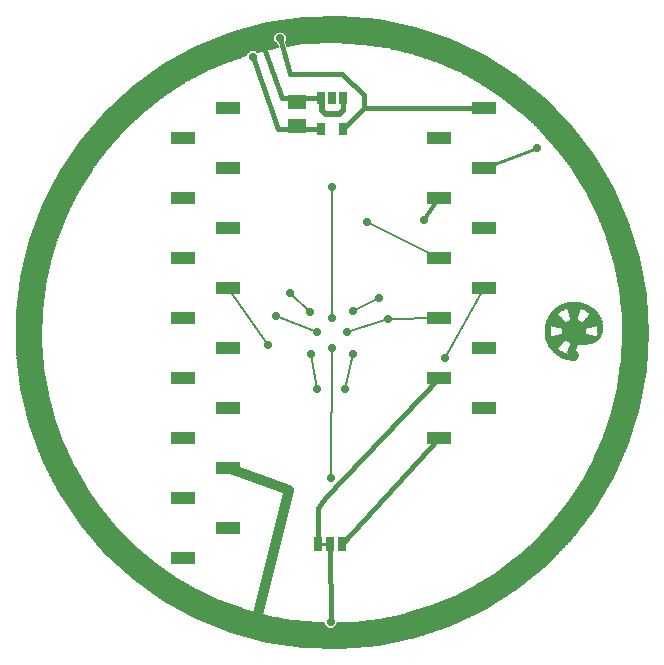
<source format=gbl>
G75*
%MOIN*%
%OFA0B0*%
%FSLAX25Y25*%
%IPPOS*%
%LPD*%
%AMOC8*
5,1,8,0,0,1.08239X$1,22.5*
%
%ADD10R,0.01800X0.00067*%
%ADD11R,0.02060X0.00066*%
%ADD12R,0.02800X0.00067*%
%ADD13R,0.03130X0.00067*%
%ADD14R,0.03400X0.00066*%
%ADD15R,0.03800X0.00067*%
%ADD16R,0.04000X0.00067*%
%ADD17R,0.04400X0.00066*%
%ADD18R,0.04530X0.00067*%
%ADD19R,0.04870X0.00067*%
%ADD20R,0.05000X0.00066*%
%ADD21R,0.05270X0.00067*%
%ADD22R,0.05400X0.00067*%
%ADD23R,0.05600X0.00066*%
%ADD24R,0.05660X0.00067*%
%ADD25R,0.05860X0.00067*%
%ADD26R,0.06070X0.00066*%
%ADD27R,0.06200X0.00067*%
%ADD28R,0.06400X0.00067*%
%ADD29R,0.06470X0.00066*%
%ADD30R,0.06600X0.00067*%
%ADD31R,0.06670X0.00067*%
%ADD32R,0.06800X0.00066*%
%ADD33R,0.06870X0.00067*%
%ADD34R,0.07070X0.00067*%
%ADD35R,0.07140X0.00066*%
%ADD36R,0.07200X0.00067*%
%ADD37R,0.07270X0.00067*%
%ADD38R,0.07400X0.00066*%
%ADD39R,0.07400X0.00067*%
%ADD40R,0.07470X0.00067*%
%ADD41R,0.07530X0.00066*%
%ADD42R,0.03660X0.00067*%
%ADD43R,0.03600X0.00067*%
%ADD44R,0.03540X0.00067*%
%ADD45R,0.03530X0.00066*%
%ADD46R,0.03470X0.00066*%
%ADD47R,0.03530X0.00067*%
%ADD48R,0.03470X0.00067*%
%ADD49R,0.03400X0.00067*%
%ADD50R,0.03340X0.00066*%
%ADD51R,0.03260X0.00067*%
%ADD52R,0.03270X0.00067*%
%ADD53R,0.03200X0.00067*%
%ADD54R,0.03140X0.00066*%
%ADD55R,0.03200X0.00066*%
%ADD56R,0.03060X0.00067*%
%ADD57R,0.03070X0.00067*%
%ADD58R,0.03000X0.00066*%
%ADD59R,0.02940X0.00066*%
%ADD60R,0.02930X0.00067*%
%ADD61R,0.02940X0.00067*%
%ADD62R,0.02870X0.00067*%
%ADD63R,0.02800X0.00066*%
%ADD64R,0.02730X0.00066*%
%ADD65R,0.02730X0.00067*%
%ADD66R,0.02600X0.00066*%
%ADD67R,0.02670X0.00067*%
%ADD68R,0.02600X0.00067*%
%ADD69R,0.02660X0.00067*%
%ADD70R,0.02670X0.00066*%
%ADD71R,0.02530X0.00067*%
%ADD72R,0.02470X0.00067*%
%ADD73R,0.02470X0.00066*%
%ADD74R,0.02400X0.00067*%
%ADD75R,0.02460X0.00066*%
%ADD76R,0.02460X0.00067*%
%ADD77R,0.02740X0.00067*%
%ADD78R,0.02400X0.00066*%
%ADD79R,0.03330X0.00066*%
%ADD80R,0.03600X0.00066*%
%ADD81R,0.02530X0.00066*%
%ADD82R,0.03670X0.00067*%
%ADD83R,0.03930X0.00066*%
%ADD84R,0.04140X0.00067*%
%ADD85R,0.04200X0.00066*%
%ADD86R,0.04330X0.00067*%
%ADD87R,0.04400X0.00067*%
%ADD88R,0.03000X0.00067*%
%ADD89R,0.04530X0.00066*%
%ADD90R,0.04600X0.00067*%
%ADD91R,0.04670X0.00067*%
%ADD92R,0.06130X0.00067*%
%ADD93R,0.04800X0.00066*%
%ADD94R,0.06330X0.00066*%
%ADD95R,0.04930X0.00067*%
%ADD96R,0.06800X0.00067*%
%ADD97R,0.05000X0.00067*%
%ADD98R,0.06940X0.00067*%
%ADD99R,0.07200X0.00066*%
%ADD100R,0.05200X0.00067*%
%ADD101R,0.07330X0.00067*%
%ADD102R,0.05340X0.00067*%
%ADD103R,0.07530X0.00067*%
%ADD104R,0.05400X0.00066*%
%ADD105R,0.07670X0.00066*%
%ADD106R,0.05470X0.00067*%
%ADD107R,0.07870X0.00067*%
%ADD108R,0.05540X0.00067*%
%ADD109R,0.08200X0.00067*%
%ADD110R,0.05660X0.00066*%
%ADD111R,0.08400X0.00066*%
%ADD112R,0.05800X0.00067*%
%ADD113R,0.08800X0.00067*%
%ADD114R,0.05870X0.00067*%
%ADD115R,0.09000X0.00067*%
%ADD116R,0.05930X0.00066*%
%ADD117R,0.09200X0.00066*%
%ADD118R,0.06000X0.00067*%
%ADD119R,0.09460X0.00067*%
%ADD120R,0.06140X0.00067*%
%ADD121R,0.09670X0.00067*%
%ADD122R,0.06200X0.00066*%
%ADD123R,0.09800X0.00066*%
%ADD124R,0.06260X0.00067*%
%ADD125R,0.10070X0.00067*%
%ADD126R,0.06330X0.00067*%
%ADD127R,0.10200X0.00067*%
%ADD128R,0.06400X0.00066*%
%ADD129R,0.10330X0.00066*%
%ADD130R,0.06460X0.00067*%
%ADD131R,0.10530X0.00067*%
%ADD132R,0.17270X0.00067*%
%ADD133R,0.17400X0.00066*%
%ADD134R,0.17540X0.00067*%
%ADD135R,0.17600X0.00067*%
%ADD136R,0.17670X0.00066*%
%ADD137R,0.17740X0.00067*%
%ADD138R,0.17860X0.00066*%
%ADD139R,0.17930X0.00067*%
%ADD140R,0.18000X0.00067*%
%ADD141R,0.18000X0.00066*%
%ADD142R,0.18130X0.00067*%
%ADD143R,0.18200X0.00067*%
%ADD144R,0.18340X0.00066*%
%ADD145R,0.18400X0.00067*%
%ADD146R,0.01870X0.00066*%
%ADD147R,0.14860X0.00066*%
%ADD148R,0.01200X0.00066*%
%ADD149R,0.01870X0.00067*%
%ADD150R,0.14460X0.00067*%
%ADD151R,0.01270X0.00067*%
%ADD152R,0.13940X0.00067*%
%ADD153R,0.01200X0.00067*%
%ADD154R,0.01800X0.00066*%
%ADD155R,0.13140X0.00066*%
%ADD156R,0.12600X0.00067*%
%ADD157R,0.01330X0.00067*%
%ADD158R,0.12200X0.00067*%
%ADD159R,0.01860X0.00066*%
%ADD160R,0.11660X0.00066*%
%ADD161R,0.01330X0.00066*%
%ADD162R,0.01860X0.00067*%
%ADD163R,0.10860X0.00067*%
%ADD164R,0.10340X0.00067*%
%ADD165R,0.01400X0.00067*%
%ADD166R,0.09940X0.00066*%
%ADD167R,0.01460X0.00066*%
%ADD168R,0.01930X0.00067*%
%ADD169R,0.09540X0.00067*%
%ADD170R,0.01460X0.00067*%
%ADD171R,0.08600X0.00067*%
%ADD172R,0.01470X0.00067*%
%ADD173R,0.08200X0.00066*%
%ADD174R,0.01470X0.00066*%
%ADD175R,0.07660X0.00067*%
%ADD176R,0.01540X0.00067*%
%ADD177R,0.07600X0.00067*%
%ADD178R,0.07600X0.00066*%
%ADD179R,0.01540X0.00066*%
%ADD180R,0.01600X0.00067*%
%ADD181R,0.01530X0.00067*%
%ADD182R,0.07730X0.00066*%
%ADD183R,0.01530X0.00066*%
%ADD184R,0.07730X0.00067*%
%ADD185R,0.07800X0.00067*%
%ADD186R,0.07800X0.00066*%
%ADD187R,0.01600X0.00066*%
%ADD188R,0.01670X0.00067*%
%ADD189R,0.01670X0.00066*%
%ADD190R,0.01730X0.00067*%
%ADD191R,0.01730X0.00066*%
%ADD192R,0.07660X0.00066*%
%ADD193R,0.07940X0.00067*%
%ADD194R,0.08340X0.00066*%
%ADD195R,0.08860X0.00067*%
%ADD196R,0.09660X0.00067*%
%ADD197R,0.10200X0.00066*%
%ADD198R,0.01930X0.00066*%
%ADD199R,0.10600X0.00067*%
%ADD200R,0.11140X0.00067*%
%ADD201R,0.11940X0.00066*%
%ADD202R,0.12340X0.00067*%
%ADD203R,0.12860X0.00067*%
%ADD204R,0.13330X0.00066*%
%ADD205R,0.14200X0.00067*%
%ADD206R,0.14600X0.00067*%
%ADD207R,0.02000X0.00067*%
%ADD208R,0.15140X0.00066*%
%ADD209R,0.02000X0.00066*%
%ADD210R,0.19270X0.00067*%
%ADD211R,0.19270X0.00066*%
%ADD212R,0.19200X0.00067*%
%ADD213R,0.19200X0.00066*%
%ADD214R,0.19060X0.00067*%
%ADD215R,0.19000X0.00066*%
%ADD216R,0.18940X0.00067*%
%ADD217R,0.18940X0.00066*%
%ADD218R,0.18870X0.00066*%
%ADD219R,0.05260X0.00067*%
%ADD220R,0.06730X0.00067*%
%ADD221R,0.06670X0.00066*%
%ADD222R,0.04860X0.00067*%
%ADD223R,0.06140X0.00066*%
%ADD224R,0.04460X0.00066*%
%ADD225R,0.04200X0.00067*%
%ADD226R,0.05930X0.00067*%
%ADD227R,0.05870X0.00066*%
%ADD228R,0.03800X0.00066*%
%ADD229R,0.06070X0.00067*%
%ADD230R,0.02340X0.00067*%
%ADD231R,0.02200X0.00066*%
%ADD232R,0.02200X0.00067*%
%ADD233R,0.05600X0.00067*%
%ADD234R,0.02270X0.00067*%
%ADD235R,0.05530X0.00067*%
%ADD236R,0.05060X0.00066*%
%ADD237R,0.02340X0.00066*%
%ADD238R,0.05130X0.00066*%
%ADD239R,0.05070X0.00067*%
%ADD240R,0.04740X0.00067*%
%ADD241R,0.04070X0.00067*%
%ADD242R,0.03860X0.00066*%
%ADD243R,0.02860X0.00066*%
%ADD244R,0.04260X0.00066*%
%ADD245R,0.02860X0.00067*%
%ADD246R,0.02930X0.00066*%
%ADD247R,0.03330X0.00067*%
%ADD248R,0.03730X0.00067*%
%ADD249R,0.03260X0.00066*%
%ADD250R,0.03140X0.00067*%
%ADD251R,0.02540X0.00067*%
%ADD252R,0.03540X0.00066*%
%ADD253R,0.03660X0.00066*%
%ADD254R,0.03130X0.00066*%
%ADD255R,0.02870X0.00066*%
%ADD256R,0.03870X0.00066*%
%ADD257R,0.03940X0.00067*%
%ADD258R,0.04060X0.00066*%
%ADD259R,0.04060X0.00067*%
%ADD260R,0.04130X0.00067*%
%ADD261R,0.03730X0.00066*%
%ADD262R,0.03460X0.00067*%
%ADD263R,0.04270X0.00067*%
%ADD264R,0.04340X0.00067*%
%ADD265R,0.04340X0.00066*%
%ADD266R,0.04460X0.00067*%
%ADD267R,0.12470X0.00066*%
%ADD268R,0.12270X0.00067*%
%ADD269R,0.12130X0.00067*%
%ADD270R,0.12000X0.00066*%
%ADD271R,0.11730X0.00067*%
%ADD272R,0.11600X0.00067*%
%ADD273R,0.11330X0.00066*%
%ADD274R,0.11200X0.00067*%
%ADD275R,0.10930X0.00067*%
%ADD276R,0.10800X0.00066*%
%ADD277R,0.10470X0.00067*%
%ADD278R,0.10330X0.00067*%
%ADD279R,0.10070X0.00066*%
%ADD280R,0.09870X0.00067*%
%ADD281R,0.09530X0.00067*%
%ADD282R,0.09330X0.00066*%
%ADD283R,0.09200X0.00067*%
%ADD284R,0.08670X0.00066*%
%ADD285R,0.08140X0.00067*%
%ADD286R,0.08000X0.00067*%
%ADD287R,0.07340X0.00067*%
%ADD288R,0.06540X0.00066*%
%ADD289R,0.07874X0.03937*%
%ADD290R,0.02500X0.05000*%
%ADD291C,0.01000*%
%ADD292R,0.02717X0.03898*%
%ADD293R,0.06299X0.05118*%
%ADD294C,0.00500*%
%ADD295C,0.02800*%
%ADD296C,0.03200*%
%ADD297C,0.01600*%
%ADD298C,0.00800*%
%ADD299C,0.01200*%
D10*
X0183705Y0109562D03*
X0183705Y0109629D03*
X0183575Y0110762D03*
X0183575Y0110829D03*
X0183575Y0110962D03*
X0183575Y0111029D03*
X0183575Y0111162D03*
X0183575Y0111229D03*
X0183575Y0111362D03*
X0183575Y0111429D03*
X0183705Y0112562D03*
X0183705Y0112629D03*
X0191975Y0101429D03*
X0201175Y0111362D03*
X0201175Y0111429D03*
X0201175Y0111562D03*
X0201175Y0111629D03*
D11*
X0191975Y0101495D03*
D12*
X0191745Y0101562D03*
X0191805Y0104429D03*
X0186545Y0104562D03*
X0186475Y0104629D03*
X0185745Y0116629D03*
X0186545Y0117629D03*
X0199205Y0116829D03*
X0199205Y0116762D03*
D13*
X0198440Y0117562D03*
X0187110Y0118029D03*
X0191710Y0101629D03*
D14*
X0191645Y0101695D03*
X0191905Y0103895D03*
X0192375Y0116895D03*
X0187505Y0118295D03*
D15*
X0188105Y0118629D03*
X0185845Y0115962D03*
X0192375Y0117562D03*
X0192375Y0117629D03*
X0197175Y0118429D03*
X0197305Y0118362D03*
X0199105Y0116162D03*
X0185845Y0106229D03*
X0188105Y0103562D03*
X0191505Y0101762D03*
D16*
X0191475Y0101829D03*
X0185875Y0106362D03*
X0192405Y0114429D03*
X0192405Y0117829D03*
X0196945Y0118562D03*
X0199075Y0116029D03*
X0185875Y0115829D03*
D17*
X0185945Y0115495D03*
X0191345Y0101895D03*
D18*
X0191340Y0101962D03*
D19*
X0191240Y0102029D03*
D20*
X0191245Y0102095D03*
X0186045Y0107095D03*
X0192375Y0114095D03*
X0192505Y0120495D03*
D21*
X0198840Y0115162D03*
X0191110Y0102162D03*
D22*
X0191105Y0102229D03*
D23*
X0191005Y0102295D03*
X0186145Y0114695D03*
X0198805Y0114895D03*
D24*
X0198775Y0114829D03*
X0190975Y0102362D03*
X0186175Y0114629D03*
D25*
X0192475Y0120362D03*
X0190875Y0102429D03*
D26*
X0190840Y0102495D03*
D27*
X0190845Y0102562D03*
X0198645Y0114429D03*
D28*
X0190745Y0102629D03*
D29*
X0190710Y0102695D03*
D30*
X0190645Y0102762D03*
X0186375Y0113962D03*
X0198575Y0114162D03*
D31*
X0190610Y0102829D03*
D32*
X0190545Y0102895D03*
D33*
X0190510Y0102962D03*
D34*
X0190410Y0103029D03*
D35*
X0190375Y0103095D03*
D36*
X0190345Y0103162D03*
D37*
X0190310Y0103229D03*
D38*
X0190245Y0103295D03*
D39*
X0190175Y0103362D03*
D40*
X0190140Y0103429D03*
D41*
X0190040Y0103495D03*
X0192510Y0120095D03*
D42*
X0192375Y0117362D03*
X0192375Y0117229D03*
X0187975Y0118562D03*
X0191975Y0103562D03*
D43*
X0187945Y0103629D03*
X0192405Y0117162D03*
X0197545Y0118229D03*
D44*
X0192375Y0117029D03*
X0192375Y0116962D03*
X0192375Y0114562D03*
X0191975Y0103629D03*
D45*
X0187840Y0103695D03*
D46*
X0191940Y0103695D03*
X0197740Y0118095D03*
D47*
X0197640Y0118162D03*
X0185840Y0106029D03*
X0187710Y0103762D03*
D48*
X0187610Y0103829D03*
X0191940Y0103762D03*
X0185810Y0116162D03*
X0187740Y0118429D03*
X0199140Y0116362D03*
D49*
X0199175Y0116429D03*
X0197905Y0117962D03*
X0197845Y0118029D03*
X0192375Y0116829D03*
X0185845Y0105962D03*
X0191975Y0103829D03*
D50*
X0187475Y0103895D03*
D51*
X0187375Y0103962D03*
X0192375Y0114629D03*
X0192375Y0116629D03*
D52*
X0187310Y0118162D03*
X0198110Y0117829D03*
X0192710Y0106762D03*
X0191910Y0103962D03*
D53*
X0191875Y0104029D03*
X0187275Y0104029D03*
X0185805Y0105829D03*
X0192405Y0116429D03*
X0192405Y0116562D03*
X0198205Y0117762D03*
D54*
X0192375Y0116495D03*
X0192375Y0116295D03*
X0187175Y0104095D03*
D55*
X0191875Y0104095D03*
X0192675Y0106695D03*
X0198275Y0117695D03*
X0187205Y0118095D03*
D56*
X0198675Y0117362D03*
X0191875Y0104229D03*
X0191875Y0104162D03*
X0187075Y0104162D03*
D57*
X0187010Y0104229D03*
X0185810Y0105762D03*
X0192410Y0116229D03*
X0187010Y0117962D03*
X0198610Y0117429D03*
X0199210Y0116629D03*
D58*
X0198705Y0117295D03*
X0192375Y0114695D03*
X0186905Y0117895D03*
X0185775Y0105695D03*
X0186905Y0104295D03*
D59*
X0191875Y0104295D03*
D60*
X0186810Y0104362D03*
X0185740Y0105629D03*
X0198810Y0117229D03*
X0199010Y0117029D03*
D61*
X0198875Y0117162D03*
X0192475Y0106562D03*
X0191875Y0104362D03*
D62*
X0186710Y0104429D03*
X0186710Y0117762D03*
X0199040Y0116962D03*
D63*
X0199145Y0116895D03*
X0192475Y0106495D03*
X0186605Y0104495D03*
X0186405Y0104695D03*
D64*
X0191840Y0104495D03*
X0186440Y0117495D03*
D65*
X0186510Y0117562D03*
X0191840Y0104629D03*
X0191840Y0104562D03*
D66*
X0191845Y0104695D03*
X0191845Y0104895D03*
X0192305Y0106295D03*
X0185975Y0105095D03*
X0192375Y0115495D03*
D67*
X0186140Y0117229D03*
X0192340Y0106362D03*
X0186340Y0104762D03*
D68*
X0186045Y0105029D03*
X0191845Y0104829D03*
X0191845Y0104762D03*
X0192245Y0106229D03*
X0192375Y0114762D03*
X0192375Y0115429D03*
X0192375Y0115562D03*
X0192375Y0115629D03*
X0186045Y0117162D03*
D69*
X0186275Y0117362D03*
X0186275Y0104829D03*
D70*
X0186210Y0104895D03*
X0185740Y0105495D03*
X0185740Y0116695D03*
X0186210Y0117295D03*
X0192410Y0115695D03*
D71*
X0192410Y0115362D03*
X0185940Y0117029D03*
X0185740Y0116762D03*
X0185740Y0105429D03*
X0185940Y0105162D03*
X0186140Y0104962D03*
X0191810Y0104962D03*
X0192140Y0106029D03*
X0192210Y0106162D03*
D72*
X0192110Y0105962D03*
X0192040Y0105829D03*
X0191840Y0105162D03*
X0191840Y0105029D03*
X0185840Y0105229D03*
D73*
X0191840Y0105095D03*
X0191910Y0105295D03*
X0192110Y0105895D03*
D74*
X0192005Y0105762D03*
X0192005Y0105629D03*
X0191945Y0105429D03*
X0191945Y0105362D03*
X0191875Y0105229D03*
X0192405Y0115162D03*
X0192475Y0120762D03*
D75*
X0192375Y0115295D03*
X0191975Y0105495D03*
X0185775Y0105295D03*
D76*
X0185775Y0105362D03*
X0191975Y0105562D03*
X0192375Y0115229D03*
X0185775Y0116829D03*
D77*
X0186375Y0117429D03*
X0192375Y0115829D03*
X0192375Y0115762D03*
X0192375Y0106429D03*
X0185775Y0105562D03*
D78*
X0192005Y0105695D03*
D79*
X0185810Y0105895D03*
X0198010Y0117895D03*
D80*
X0199145Y0116295D03*
X0187875Y0118495D03*
X0185805Y0116095D03*
X0185805Y0106095D03*
D81*
X0192210Y0106095D03*
X0185810Y0116895D03*
X0186010Y0117095D03*
D82*
X0185840Y0116029D03*
X0185840Y0106162D03*
D83*
X0185840Y0106295D03*
X0199110Y0116095D03*
D84*
X0199075Y0115962D03*
X0185875Y0106429D03*
D85*
X0185905Y0106495D03*
X0185905Y0115695D03*
X0192375Y0118095D03*
X0192375Y0118295D03*
D86*
X0185910Y0115629D03*
X0185910Y0106562D03*
X0199040Y0115762D03*
X0199040Y0115829D03*
D87*
X0192405Y0120562D03*
X0185945Y0115562D03*
X0185945Y0106629D03*
D88*
X0192575Y0106629D03*
X0192375Y0116162D03*
X0186845Y0117829D03*
X0185775Y0116429D03*
D89*
X0185940Y0106695D03*
X0199010Y0115695D03*
D90*
X0192375Y0118629D03*
X0185975Y0115429D03*
X0185975Y0106762D03*
D91*
X0186010Y0106829D03*
X0192410Y0114229D03*
X0186010Y0115362D03*
X0199010Y0115629D03*
D92*
X0194210Y0106829D03*
D93*
X0186005Y0106895D03*
X0186005Y0115295D03*
X0198945Y0115495D03*
D94*
X0194310Y0106895D03*
D95*
X0186010Y0106962D03*
X0186010Y0115229D03*
X0198940Y0115429D03*
D96*
X0198545Y0113962D03*
X0194605Y0106962D03*
D97*
X0186045Y0107029D03*
X0186045Y0115162D03*
D98*
X0194675Y0107029D03*
D99*
X0194805Y0107095D03*
D100*
X0192405Y0114029D03*
X0186075Y0115029D03*
X0186075Y0107162D03*
X0198875Y0115229D03*
D101*
X0194940Y0107162D03*
D102*
X0186075Y0107229D03*
X0186075Y0114962D03*
D103*
X0195040Y0107229D03*
D104*
X0198845Y0115095D03*
X0186105Y0114895D03*
X0186105Y0107295D03*
D105*
X0195110Y0107295D03*
D106*
X0186140Y0107362D03*
X0186140Y0114829D03*
D107*
X0195140Y0107362D03*
D108*
X0186175Y0107429D03*
X0186175Y0114762D03*
D109*
X0195105Y0107429D03*
D110*
X0186175Y0107495D03*
D111*
X0195075Y0107495D03*
D112*
X0198775Y0114762D03*
X0186175Y0114562D03*
X0186175Y0107562D03*
D113*
X0195075Y0107562D03*
X0192545Y0119829D03*
D114*
X0186210Y0107629D03*
D115*
X0195045Y0107629D03*
D116*
X0186240Y0107695D03*
D117*
X0195075Y0107695D03*
D118*
X0186275Y0107762D03*
X0186275Y0114362D03*
D119*
X0195075Y0107762D03*
D120*
X0186275Y0107829D03*
D121*
X0195040Y0107829D03*
D122*
X0186305Y0107895D03*
D123*
X0195045Y0107895D03*
D124*
X0186275Y0107962D03*
X0186275Y0114229D03*
D125*
X0195040Y0107962D03*
D126*
X0198640Y0114362D03*
X0186310Y0114162D03*
X0186310Y0108029D03*
D127*
X0195045Y0108029D03*
D128*
X0198605Y0114295D03*
X0186345Y0114095D03*
X0186345Y0108095D03*
D129*
X0195040Y0108095D03*
D130*
X0198575Y0114229D03*
X0186375Y0114029D03*
X0186375Y0108162D03*
D131*
X0195010Y0108162D03*
D132*
X0191710Y0108229D03*
D133*
X0191775Y0108295D03*
D134*
X0191775Y0108362D03*
D135*
X0191805Y0108429D03*
D136*
X0191840Y0108495D03*
D137*
X0191875Y0108562D03*
X0191875Y0108629D03*
D138*
X0191875Y0108695D03*
D139*
X0191910Y0108762D03*
D140*
X0191945Y0108829D03*
D141*
X0191945Y0108895D03*
D142*
X0191940Y0108962D03*
D143*
X0191975Y0109029D03*
D144*
X0191975Y0109095D03*
D145*
X0192005Y0109162D03*
X0192005Y0109229D03*
D146*
X0183740Y0109295D03*
X0183610Y0110095D03*
X0183610Y0110295D03*
X0183610Y0110495D03*
X0183610Y0110695D03*
X0183610Y0111495D03*
X0183610Y0111695D03*
X0183610Y0111895D03*
X0183610Y0112095D03*
X0183740Y0112895D03*
X0201140Y0112095D03*
X0201140Y0111895D03*
D147*
X0192375Y0109295D03*
D148*
X0200675Y0109295D03*
X0200745Y0109495D03*
D149*
X0201140Y0111762D03*
X0201140Y0111829D03*
X0201140Y0111962D03*
X0201140Y0112029D03*
X0201140Y0112162D03*
X0183740Y0112762D03*
X0183740Y0112829D03*
X0183610Y0112029D03*
X0183610Y0111962D03*
X0183610Y0111829D03*
X0183610Y0111762D03*
X0183610Y0111629D03*
X0183610Y0111562D03*
X0183610Y0110629D03*
X0183610Y0110562D03*
X0183610Y0110429D03*
X0183610Y0110362D03*
X0183610Y0110229D03*
X0183610Y0110162D03*
X0183740Y0109429D03*
X0183740Y0109362D03*
D150*
X0192375Y0109362D03*
D151*
X0200710Y0109362D03*
D152*
X0192375Y0109429D03*
D153*
X0200745Y0109429D03*
D154*
X0201175Y0111295D03*
X0201175Y0111495D03*
X0201175Y0111695D03*
X0183705Y0112495D03*
X0183705Y0112695D03*
X0183575Y0111295D03*
X0183575Y0111095D03*
X0183575Y0110895D03*
X0183705Y0109495D03*
D155*
X0192375Y0109495D03*
D156*
X0192375Y0109562D03*
D157*
X0200740Y0109562D03*
X0200810Y0109629D03*
X0200810Y0109762D03*
D158*
X0192375Y0109629D03*
D159*
X0183675Y0109695D03*
X0183675Y0109895D03*
X0183675Y0112295D03*
D160*
X0192375Y0109695D03*
D161*
X0200810Y0109695D03*
D162*
X0183675Y0109762D03*
X0183675Y0109829D03*
X0183675Y0112362D03*
X0183675Y0112429D03*
D163*
X0192375Y0109762D03*
D164*
X0192375Y0109829D03*
D165*
X0200845Y0109829D03*
D166*
X0192375Y0109895D03*
D167*
X0200875Y0109895D03*
D168*
X0201110Y0112229D03*
X0201110Y0112362D03*
X0201110Y0112429D03*
X0201110Y0112562D03*
X0201110Y0112629D03*
X0201110Y0112762D03*
X0183640Y0112229D03*
X0183640Y0112162D03*
X0183640Y0110029D03*
X0183640Y0109962D03*
D169*
X0192375Y0109962D03*
D170*
X0200875Y0109962D03*
D171*
X0192375Y0110029D03*
D172*
X0200940Y0110029D03*
D173*
X0192375Y0110095D03*
D174*
X0200940Y0110095D03*
D175*
X0192375Y0110162D03*
X0192375Y0110362D03*
X0192375Y0110429D03*
X0192375Y0111762D03*
X0192375Y0111829D03*
D176*
X0200975Y0110229D03*
X0200975Y0110162D03*
D177*
X0192405Y0110229D03*
X0192405Y0111962D03*
D178*
X0192405Y0111895D03*
X0192405Y0110295D03*
D179*
X0200975Y0110295D03*
D180*
X0201005Y0110362D03*
X0201075Y0110629D03*
X0201075Y0110762D03*
D181*
X0201040Y0110562D03*
X0201040Y0110429D03*
D182*
X0192410Y0110495D03*
D183*
X0201040Y0110495D03*
D184*
X0192410Y0110562D03*
X0192410Y0111629D03*
D185*
X0192375Y0111562D03*
X0192375Y0111429D03*
X0192375Y0111362D03*
X0192375Y0111229D03*
X0192375Y0111162D03*
X0192375Y0111029D03*
X0192375Y0110962D03*
X0192375Y0110829D03*
X0192375Y0110762D03*
X0192375Y0110629D03*
D186*
X0192375Y0110695D03*
X0192375Y0110895D03*
X0192375Y0111095D03*
X0192375Y0111295D03*
X0192375Y0111495D03*
D187*
X0201075Y0110695D03*
D188*
X0201110Y0110829D03*
X0201110Y0110962D03*
D189*
X0201110Y0110895D03*
D190*
X0201140Y0111029D03*
X0201140Y0111162D03*
X0201140Y0111229D03*
D191*
X0201140Y0111095D03*
D192*
X0192375Y0111695D03*
D193*
X0192375Y0112029D03*
D194*
X0192375Y0112095D03*
D195*
X0192375Y0112162D03*
D196*
X0192375Y0112229D03*
D197*
X0192375Y0112295D03*
D198*
X0201110Y0112295D03*
X0201110Y0112495D03*
X0201110Y0112695D03*
D199*
X0192375Y0112362D03*
D200*
X0192375Y0112429D03*
D201*
X0192375Y0112495D03*
D202*
X0192375Y0112562D03*
D203*
X0192375Y0112629D03*
D204*
X0192410Y0112695D03*
D205*
X0192375Y0112762D03*
D206*
X0192375Y0112829D03*
D207*
X0201075Y0112829D03*
D208*
X0192375Y0112895D03*
D209*
X0201075Y0112895D03*
D210*
X0192440Y0112962D03*
X0192440Y0113029D03*
D211*
X0192440Y0113095D03*
D212*
X0192475Y0113162D03*
X0192475Y0113229D03*
D213*
X0192475Y0113295D03*
D214*
X0192475Y0113362D03*
X0192475Y0113429D03*
D215*
X0192445Y0113495D03*
D216*
X0192475Y0113562D03*
X0192475Y0113629D03*
X0192475Y0113762D03*
X0192475Y0113829D03*
D217*
X0192475Y0113695D03*
D218*
X0192510Y0113895D03*
D219*
X0192375Y0113962D03*
D220*
X0198510Y0114029D03*
X0192510Y0120229D03*
D221*
X0198540Y0114095D03*
D222*
X0192375Y0114162D03*
D223*
X0186275Y0114295D03*
X0198675Y0114495D03*
D224*
X0192375Y0114295D03*
D225*
X0192375Y0114362D03*
X0192375Y0118162D03*
X0192375Y0118229D03*
D226*
X0186240Y0114429D03*
X0198710Y0114629D03*
D227*
X0198740Y0114695D03*
X0186210Y0114495D03*
D228*
X0192375Y0114495D03*
X0192375Y0117495D03*
D229*
X0198710Y0114562D03*
D230*
X0192375Y0114829D03*
D231*
X0192375Y0114895D03*
D232*
X0192375Y0114962D03*
D233*
X0192475Y0120429D03*
X0198805Y0114962D03*
D234*
X0192410Y0115029D03*
D235*
X0198840Y0115029D03*
D236*
X0186075Y0115095D03*
D237*
X0192375Y0115095D03*
D238*
X0198910Y0115295D03*
D239*
X0198940Y0115362D03*
D240*
X0198975Y0115562D03*
D241*
X0192440Y0120629D03*
X0185910Y0115762D03*
D242*
X0185875Y0115895D03*
X0197075Y0118495D03*
D243*
X0192375Y0115895D03*
D244*
X0199075Y0115895D03*
D245*
X0192375Y0115962D03*
X0192375Y0116029D03*
X0185775Y0116562D03*
D246*
X0185740Y0116495D03*
X0192410Y0116095D03*
X0192410Y0120695D03*
X0198940Y0117095D03*
X0199210Y0116695D03*
D247*
X0192410Y0116762D03*
X0187410Y0118229D03*
X0185810Y0116229D03*
D248*
X0192410Y0117429D03*
X0199140Y0116229D03*
D249*
X0199175Y0116495D03*
X0192375Y0116695D03*
X0185775Y0116295D03*
D250*
X0185775Y0116362D03*
X0192375Y0116362D03*
X0198375Y0117629D03*
X0199175Y0116562D03*
D251*
X0185875Y0116962D03*
D252*
X0192375Y0117095D03*
D253*
X0192375Y0117295D03*
D254*
X0198510Y0117495D03*
D255*
X0186640Y0117695D03*
D256*
X0192410Y0117695D03*
D257*
X0192375Y0117762D03*
D258*
X0192375Y0117895D03*
D259*
X0192375Y0117962D03*
D260*
X0192410Y0118029D03*
X0196810Y0118629D03*
D261*
X0197410Y0118295D03*
D262*
X0187675Y0118362D03*
D263*
X0192410Y0118362D03*
D264*
X0192375Y0118429D03*
D265*
X0192375Y0118495D03*
D266*
X0192375Y0118562D03*
D267*
X0192510Y0118695D03*
D268*
X0192540Y0118762D03*
D269*
X0192540Y0118829D03*
D270*
X0192545Y0118895D03*
D271*
X0192540Y0118962D03*
D272*
X0192545Y0119029D03*
D273*
X0192540Y0119095D03*
D274*
X0192545Y0119162D03*
D275*
X0192540Y0119229D03*
D276*
X0192545Y0119295D03*
D277*
X0192510Y0119362D03*
D278*
X0192510Y0119429D03*
D279*
X0192510Y0119495D03*
D280*
X0192540Y0119562D03*
D281*
X0192510Y0119629D03*
D282*
X0192540Y0119695D03*
D283*
X0192545Y0119762D03*
D284*
X0192540Y0119895D03*
D285*
X0192475Y0119962D03*
D286*
X0192475Y0120029D03*
D287*
X0192475Y0120162D03*
D288*
X0192475Y0120295D03*
D289*
X0162223Y0125665D03*
X0147223Y0115665D03*
X0162223Y0105665D03*
X0147223Y0095665D03*
X0162223Y0085665D03*
X0147223Y0075665D03*
X0147223Y0135665D03*
X0162223Y0145665D03*
X0147223Y0155665D03*
X0162223Y0165665D03*
X0147223Y0175665D03*
X0162223Y0185665D03*
X0077188Y0185736D03*
X0062188Y0175736D03*
X0077188Y0165736D03*
X0062188Y0155736D03*
X0077188Y0145736D03*
X0062188Y0135736D03*
X0077188Y0125736D03*
X0062188Y0115736D03*
X0077188Y0105736D03*
X0062188Y0095736D03*
X0077188Y0085736D03*
X0062188Y0075736D03*
X0077188Y0065736D03*
X0062188Y0055736D03*
X0077188Y0045736D03*
X0062188Y0035736D03*
D290*
X0107033Y0040272D03*
X0111033Y0040272D03*
X0115033Y0040272D03*
D291*
X0111033Y0040272D02*
X0107033Y0040272D01*
X0105454Y0007166D02*
X0108759Y0007127D01*
X0147659Y0013349D02*
X0150305Y0014429D01*
X0183669Y0035970D02*
X0185677Y0038563D01*
X0207984Y0072034D02*
X0208884Y0075409D01*
X0215473Y0114005D02*
X0215419Y0116705D01*
X0205513Y0155813D02*
X0203714Y0158512D01*
X0180119Y0172336D02*
X0162223Y0165665D01*
X0178549Y0190203D02*
X0176173Y0191769D01*
X0141178Y0210562D02*
X0138802Y0211264D01*
X0098023Y0213855D02*
X0096764Y0213855D01*
X0096539Y0213630D01*
X0056068Y0198466D02*
X0052828Y0196954D01*
X0025352Y0168899D02*
X0023786Y0166658D01*
X0009369Y0128802D02*
X0009261Y0125562D01*
X0011114Y0085077D02*
X0011347Y0082900D01*
X0030836Y0045619D02*
X0032578Y0043549D01*
X0063911Y0018540D02*
X0066327Y0017342D01*
D292*
X0107946Y0178771D03*
X0115426Y0178771D03*
X0115426Y0188968D03*
X0111686Y0188968D03*
X0107946Y0188968D03*
D293*
X0099960Y0187703D03*
X0099960Y0179829D03*
D294*
X0027999Y0046940D02*
X0036145Y0037488D01*
X0045352Y0029066D01*
X0055490Y0021792D01*
X0066417Y0015767D01*
X0077980Y0011078D01*
X0090016Y0007789D01*
X0102357Y0005947D01*
X0114830Y0005577D01*
X0127258Y0006685D01*
X0139468Y0009255D01*
X0151289Y0013251D01*
X0162554Y0018618D01*
X0173105Y0025278D01*
X0182794Y0033140D01*
X0191485Y0042093D01*
X0199057Y0052011D01*
X0205402Y0062755D01*
X0210432Y0074174D01*
X0214076Y0086108D01*
X0216284Y0098389D01*
X0217023Y0110845D01*
X0216284Y0123301D01*
X0214076Y0135582D01*
X0210432Y0147515D01*
X0205402Y0158934D01*
X0199057Y0169678D01*
X0191485Y0179596D01*
X0182794Y0188549D01*
X0173105Y0196411D01*
X0162554Y0203072D01*
X0151289Y0208438D01*
X0139468Y0212434D01*
X0127258Y0215005D01*
X0114830Y0216113D01*
X0102357Y0215743D01*
X0090016Y0213900D01*
X0077980Y0210611D01*
X0077980Y0210611D01*
X0066417Y0205922D01*
X0055490Y0199898D01*
X0045352Y0192624D01*
X0036145Y0184201D01*
X0027999Y0174749D01*
X0021029Y0164400D01*
X0015331Y0153299D01*
X0010986Y0141602D01*
X0008055Y0129474D01*
X0006580Y0117084D01*
X0006580Y0104606D01*
X0008055Y0092216D01*
X0010986Y0080087D01*
X0015331Y0068390D01*
X0021029Y0057289D01*
X0027999Y0046940D01*
X0027953Y0047009D02*
X0038832Y0047009D01*
X0039246Y0046511D02*
X0028369Y0046511D01*
X0028799Y0046012D02*
X0039661Y0046012D01*
X0039800Y0045844D02*
X0039800Y0045819D01*
X0039931Y0045687D01*
X0040049Y0045545D01*
X0040074Y0045542D01*
X0045748Y0039814D01*
X0045750Y0039789D01*
X0045891Y0039670D01*
X0046022Y0039538D01*
X0046047Y0039538D01*
X0052198Y0034326D01*
X0052202Y0034301D01*
X0052354Y0034194D01*
X0052495Y0034075D01*
X0052520Y0034077D01*
X0059102Y0029421D01*
X0059109Y0029397D01*
X0059269Y0029303D01*
X0059420Y0029196D01*
X0059445Y0029200D01*
X0066408Y0025136D01*
X0066416Y0025112D01*
X0066584Y0025033D01*
X0066744Y0024940D01*
X0066768Y0024946D01*
X0074059Y0021504D01*
X0074069Y0021481D01*
X0074243Y0021417D01*
X0074411Y0021338D01*
X0074434Y0021347D01*
X0081997Y0018553D01*
X0082010Y0018531D01*
X0082188Y0018482D01*
X0082362Y0018418D01*
X0082385Y0018429D01*
X0090163Y0016305D01*
X0090177Y0016284D01*
X0090359Y0016251D01*
X0090538Y0016202D01*
X0090560Y0016215D01*
X0098493Y0014777D01*
X0098509Y0014758D01*
X0098693Y0014741D01*
X0098876Y0014708D01*
X0098896Y0014722D01*
X0106925Y0013981D01*
X0106942Y0013963D01*
X0107128Y0013962D01*
X0107312Y0013945D01*
X0107331Y0013961D01*
X0109007Y0013953D01*
X0109007Y0013530D01*
X0110325Y0012212D01*
X0112189Y0012212D01*
X0113507Y0013530D01*
X0113507Y0013911D01*
X0115578Y0013922D01*
X0115783Y0013921D01*
X0115785Y0013923D01*
X0115788Y0013923D01*
X0115914Y0014051D01*
X0119109Y0014149D01*
X0119128Y0014134D01*
X0119312Y0014155D01*
X0119498Y0014161D01*
X0119515Y0014179D01*
X0127477Y0015123D01*
X0127498Y0015110D01*
X0127679Y0015147D01*
X0127863Y0015169D01*
X0127878Y0015189D01*
X0135728Y0016823D01*
X0135750Y0016811D01*
X0135927Y0016865D01*
X0136109Y0016903D01*
X0136122Y0016924D01*
X0143799Y0019236D01*
X0143822Y0019226D01*
X0143994Y0019295D01*
X0144172Y0019348D01*
X0144184Y0019370D01*
X0151630Y0022343D01*
X0151654Y0022335D01*
X0151819Y0022418D01*
X0151991Y0022487D01*
X0152001Y0022510D01*
X0159160Y0026120D01*
X0159184Y0026115D01*
X0159342Y0026212D01*
X0159507Y0026296D01*
X0159515Y0026319D01*
X0166332Y0030540D01*
X0166357Y0030536D01*
X0166505Y0030647D01*
X0166663Y0030745D01*
X0166668Y0030769D01*
X0173091Y0035568D01*
X0173117Y0035566D01*
X0173255Y0035690D01*
X0173403Y0035800D01*
X0173407Y0035825D01*
X0179387Y0041165D01*
X0179412Y0041166D01*
X0179539Y0041301D01*
X0179677Y0041424D01*
X0179679Y0041449D01*
X0185171Y0047290D01*
X0185196Y0047293D01*
X0185311Y0047439D01*
X0185438Y0047574D01*
X0185437Y0047599D01*
X0190399Y0053896D01*
X0190424Y0053901D01*
X0190525Y0054056D01*
X0190640Y0054202D01*
X0190637Y0054227D01*
X0195031Y0060933D01*
X0195055Y0060940D01*
X0195143Y0061103D01*
X0195245Y0061258D01*
X0195240Y0061283D01*
X0199033Y0068346D01*
X0199056Y0068355D01*
X0199129Y0068526D01*
X0199217Y0068689D01*
X0199210Y0068713D01*
X0202373Y0076080D01*
X0202395Y0076091D01*
X0202453Y0076267D01*
X0202527Y0076438D01*
X0202517Y0076461D01*
X0205026Y0084076D01*
X0205048Y0084089D01*
X0205090Y0084269D01*
X0205148Y0084445D01*
X0205137Y0084468D01*
X0206973Y0092272D01*
X0206993Y0092287D01*
X0207020Y0092471D01*
X0207062Y0092651D01*
X0207049Y0092672D01*
X0208198Y0100607D01*
X0208216Y0100624D01*
X0208227Y0100809D01*
X0208253Y0100992D01*
X0208238Y0101012D01*
X0208693Y0109043D01*
X0208807Y0109165D01*
X0208806Y0109195D01*
X0208824Y0109219D01*
X0208800Y0109398D01*
X0208560Y0117598D01*
X0208576Y0117617D01*
X0208554Y0117801D01*
X0208549Y0117987D01*
X0208530Y0118004D01*
X0207594Y0125997D01*
X0207608Y0126018D01*
X0207571Y0126199D01*
X0207549Y0126383D01*
X0207530Y0126399D01*
X0205901Y0134280D01*
X0205913Y0134302D01*
X0205859Y0134480D01*
X0205822Y0134661D01*
X0205801Y0134675D01*
X0203491Y0142384D01*
X0203501Y0142407D01*
X0203433Y0142579D01*
X0203380Y0142757D01*
X0203358Y0142769D01*
X0200385Y0150247D01*
X0200393Y0150271D01*
X0200310Y0150436D01*
X0200241Y0150609D01*
X0200218Y0150619D01*
X0196605Y0157810D01*
X0196611Y0157834D01*
X0196513Y0157992D01*
X0196430Y0158157D01*
X0196406Y0158165D01*
X0192180Y0165014D01*
X0192184Y0165039D01*
X0192073Y0165187D01*
X0191976Y0165345D01*
X0191951Y0165351D01*
X0187145Y0171805D01*
X0187146Y0171830D01*
X0187023Y0171968D01*
X0186912Y0172117D01*
X0186887Y0172121D01*
X0181536Y0178131D01*
X0181535Y0178156D01*
X0181400Y0178284D01*
X0181277Y0178422D01*
X0181252Y0178423D01*
X0175398Y0183945D01*
X0175395Y0183970D01*
X0175249Y0184085D01*
X0175114Y0184212D01*
X0175089Y0184211D01*
X0168776Y0189201D01*
X0168771Y0189226D01*
X0168616Y0189328D01*
X0168470Y0189443D01*
X0168446Y0189440D01*
X0161721Y0193861D01*
X0161714Y0193885D01*
X0161551Y0193973D01*
X0161396Y0194074D01*
X0161371Y0194069D01*
X0154287Y0197887D01*
X0154278Y0197911D01*
X0154108Y0197984D01*
X0153944Y0198072D01*
X0153920Y0198065D01*
X0146530Y0201251D01*
X0146519Y0201273D01*
X0146343Y0201331D01*
X0146173Y0201405D01*
X0146150Y0201396D01*
X0138510Y0203925D01*
X0138497Y0203947D01*
X0138316Y0203990D01*
X0138141Y0204048D01*
X0138118Y0204036D01*
X0130287Y0205891D01*
X0130272Y0205911D01*
X0130089Y0205938D01*
X0129909Y0205981D01*
X0129887Y0205967D01*
X0121924Y0207132D01*
X0121908Y0207151D01*
X0121723Y0207162D01*
X0121539Y0207188D01*
X0121519Y0207173D01*
X0113500Y0207639D01*
X0113493Y0207646D01*
X0113295Y0207651D01*
X0113097Y0207662D01*
X0113089Y0207656D01*
X0110997Y0207705D01*
X0110980Y0207720D01*
X0110793Y0207710D01*
X0110606Y0207714D01*
X0110589Y0207698D01*
X0102536Y0207256D01*
X0102516Y0207271D01*
X0102332Y0207245D01*
X0102147Y0207235D01*
X0102131Y0207216D01*
X0096851Y0206460D01*
X0096452Y0207827D01*
X0096652Y0208027D01*
X0096652Y0209891D01*
X0095334Y0211209D01*
X0093470Y0211209D01*
X0092152Y0209891D01*
X0092152Y0208027D01*
X0093287Y0206892D01*
X0093561Y0205955D01*
X0086819Y0204380D01*
X0086235Y0204964D01*
X0084371Y0204964D01*
X0083053Y0203646D01*
X0083053Y0203253D01*
X0077827Y0201540D01*
X0077804Y0201549D01*
X0077634Y0201477D01*
X0077458Y0201419D01*
X0077446Y0201396D01*
X0070027Y0198225D01*
X0070003Y0198232D01*
X0069840Y0198145D01*
X0069670Y0198072D01*
X0069660Y0198049D01*
X0062546Y0194243D01*
X0062521Y0194248D01*
X0062366Y0194147D01*
X0062203Y0194059D01*
X0062196Y0194035D01*
X0055440Y0189624D01*
X0055415Y0189627D01*
X0055269Y0189512D01*
X0055114Y0189411D01*
X0055109Y0189387D01*
X0048764Y0184403D01*
X0048739Y0184404D01*
X0048604Y0184277D01*
X0048458Y0184163D01*
X0048455Y0184138D01*
X0042568Y0178620D01*
X0042543Y0178619D01*
X0042419Y0178481D01*
X0042284Y0178354D01*
X0042283Y0178329D01*
X0036900Y0172320D01*
X0036875Y0172316D01*
X0036764Y0172168D01*
X0036640Y0172030D01*
X0036642Y0172005D01*
X0031802Y0165549D01*
X0031778Y0165543D01*
X0031680Y0165386D01*
X0031569Y0165237D01*
X0031573Y0165212D01*
X0027314Y0158359D01*
X0027291Y0158352D01*
X0027207Y0158186D01*
X0027109Y0158029D01*
X0027115Y0158004D01*
X0023470Y0150806D01*
X0023447Y0150796D01*
X0023378Y0150624D01*
X0023294Y0150459D01*
X0023302Y0150435D01*
X0020299Y0142947D01*
X0020277Y0142935D01*
X0020223Y0142758D01*
X0020154Y0142586D01*
X0020164Y0142563D01*
X0017824Y0134841D01*
X0017803Y0134827D01*
X0017765Y0134646D01*
X0017712Y0134468D01*
X0017724Y0134446D01*
X0016066Y0126550D01*
X0016046Y0126535D01*
X0016024Y0126351D01*
X0015986Y0126169D01*
X0016000Y0126148D01*
X0015037Y0118138D01*
X0015019Y0118120D01*
X0015013Y0117935D01*
X0014990Y0117751D01*
X0015006Y0117732D01*
X0014745Y0109674D01*
X0014733Y0109661D01*
X0014738Y0109470D01*
X0014732Y0109279D01*
X0014745Y0109265D01*
X0014802Y0107362D01*
X0014793Y0107350D01*
X0014809Y0107157D01*
X0014815Y0106963D01*
X0014826Y0106953D01*
X0015489Y0098928D01*
X0015475Y0098907D01*
X0015506Y0098724D01*
X0015521Y0098540D01*
X0015540Y0098524D01*
X0016903Y0090577D01*
X0016890Y0090555D01*
X0016937Y0090376D01*
X0016968Y0090194D01*
X0016989Y0090179D01*
X0019038Y0082382D01*
X0019028Y0082359D01*
X0019090Y0082184D01*
X0019137Y0082005D01*
X0019159Y0081993D01*
X0021880Y0074403D01*
X0021872Y0074380D01*
X0021949Y0074212D01*
X0022012Y0074037D01*
X0022034Y0074026D01*
X0025407Y0066703D01*
X0025400Y0066679D01*
X0025492Y0066518D01*
X0025570Y0066350D01*
X0025593Y0066341D01*
X0029591Y0059340D01*
X0029587Y0059315D01*
X0029692Y0059163D01*
X0029784Y0059002D01*
X0029808Y0058995D01*
X0034401Y0052369D01*
X0034399Y0052344D01*
X0034517Y0052202D01*
X0034623Y0052049D01*
X0034648Y0052045D01*
X0039800Y0045844D01*
X0040103Y0045514D02*
X0029229Y0045514D01*
X0029658Y0045015D02*
X0040596Y0045015D01*
X0041090Y0044517D02*
X0030088Y0044517D01*
X0030518Y0044018D02*
X0041584Y0044018D01*
X0042078Y0043520D02*
X0030947Y0043520D01*
X0031377Y0043021D02*
X0042572Y0043021D01*
X0043065Y0042523D02*
X0031806Y0042523D01*
X0032236Y0042024D02*
X0043559Y0042024D01*
X0044053Y0041526D02*
X0032666Y0041526D01*
X0033095Y0041027D02*
X0044547Y0041027D01*
X0045041Y0040529D02*
X0033525Y0040529D01*
X0033954Y0040030D02*
X0045534Y0040030D01*
X0046054Y0039532D02*
X0034384Y0039532D01*
X0034814Y0039033D02*
X0046643Y0039033D01*
X0047231Y0038535D02*
X0035243Y0038535D01*
X0035673Y0038036D02*
X0047819Y0038036D01*
X0048408Y0037538D02*
X0036103Y0037538D01*
X0036636Y0037039D02*
X0048996Y0037039D01*
X0049585Y0036541D02*
X0037181Y0036541D01*
X0037726Y0036042D02*
X0050173Y0036042D01*
X0050761Y0035543D02*
X0038271Y0035543D01*
X0038816Y0035045D02*
X0051350Y0035045D01*
X0051938Y0034546D02*
X0039361Y0034546D01*
X0039906Y0034048D02*
X0052561Y0034048D01*
X0053266Y0033549D02*
X0040451Y0033549D01*
X0040995Y0033051D02*
X0053970Y0033051D01*
X0054675Y0032552D02*
X0041540Y0032552D01*
X0042085Y0032054D02*
X0055380Y0032054D01*
X0056085Y0031555D02*
X0042630Y0031555D01*
X0043175Y0031057D02*
X0056789Y0031057D01*
X0057494Y0030558D02*
X0043720Y0030558D01*
X0044265Y0030060D02*
X0058199Y0030060D01*
X0058904Y0029561D02*
X0044810Y0029561D01*
X0045356Y0029063D02*
X0059680Y0029063D01*
X0060534Y0028564D02*
X0046051Y0028564D01*
X0046745Y0028066D02*
X0061389Y0028066D01*
X0062243Y0027567D02*
X0047440Y0027567D01*
X0048135Y0027069D02*
X0063097Y0027069D01*
X0063951Y0026570D02*
X0048830Y0026570D01*
X0049524Y0026072D02*
X0064805Y0026072D01*
X0065659Y0025573D02*
X0050219Y0025573D01*
X0050914Y0025075D02*
X0066496Y0025075D01*
X0067552Y0024576D02*
X0051609Y0024576D01*
X0052303Y0024078D02*
X0068608Y0024078D01*
X0069664Y0023579D02*
X0052998Y0023579D01*
X0053693Y0023081D02*
X0070720Y0023081D01*
X0071775Y0022582D02*
X0054388Y0022582D01*
X0055083Y0022084D02*
X0072831Y0022084D01*
X0073887Y0021585D02*
X0055864Y0021585D01*
X0056768Y0021087D02*
X0075138Y0021087D01*
X0076487Y0020588D02*
X0057673Y0020588D01*
X0058577Y0020090D02*
X0077837Y0020090D01*
X0079187Y0019591D02*
X0059481Y0019591D01*
X0060385Y0019093D02*
X0080536Y0019093D01*
X0081886Y0018594D02*
X0061289Y0018594D01*
X0062194Y0018096D02*
X0083605Y0018096D01*
X0085431Y0017597D02*
X0063098Y0017597D01*
X0064002Y0017099D02*
X0087256Y0017099D01*
X0089082Y0016600D02*
X0064906Y0016600D01*
X0065811Y0016102D02*
X0091185Y0016102D01*
X0093936Y0015603D02*
X0066822Y0015603D01*
X0068051Y0015105D02*
X0096686Y0015105D01*
X0100153Y0014606D02*
X0069280Y0014606D01*
X0070510Y0014108D02*
X0105555Y0014108D01*
X0109007Y0013609D02*
X0071739Y0013609D01*
X0072968Y0013110D02*
X0109427Y0013110D01*
X0109925Y0012612D02*
X0074197Y0012612D01*
X0075426Y0012113D02*
X0147923Y0012113D01*
X0146449Y0011615D02*
X0076656Y0011615D01*
X0077885Y0011116D02*
X0144974Y0011116D01*
X0143500Y0010618D02*
X0079663Y0010618D01*
X0081488Y0010119D02*
X0142025Y0010119D01*
X0140550Y0009621D02*
X0083312Y0009621D01*
X0085136Y0009122D02*
X0138838Y0009122D01*
X0136470Y0008624D02*
X0086961Y0008624D01*
X0088785Y0008125D02*
X0134101Y0008125D01*
X0131733Y0007627D02*
X0091102Y0007627D01*
X0094441Y0007128D02*
X0129365Y0007128D01*
X0126641Y0006630D02*
X0097781Y0006630D01*
X0101120Y0006131D02*
X0121049Y0006131D01*
X0115457Y0005633D02*
X0112943Y0005633D01*
X0112588Y0012612D02*
X0149398Y0012612D01*
X0150872Y0013110D02*
X0113087Y0013110D01*
X0113507Y0013609D02*
X0152040Y0013609D01*
X0153086Y0014108D02*
X0117755Y0014108D01*
X0123113Y0014606D02*
X0154133Y0014606D01*
X0155179Y0015105D02*
X0127317Y0015105D01*
X0129867Y0015603D02*
X0156226Y0015603D01*
X0157272Y0016102D02*
X0132261Y0016102D01*
X0134655Y0016600D02*
X0158319Y0016600D01*
X0159365Y0017099D02*
X0136703Y0017099D01*
X0138358Y0017597D02*
X0160411Y0017597D01*
X0161458Y0018096D02*
X0140013Y0018096D01*
X0141668Y0018594D02*
X0162504Y0018594D01*
X0163306Y0019093D02*
X0143323Y0019093D01*
X0144737Y0019591D02*
X0164096Y0019591D01*
X0164885Y0020090D02*
X0145986Y0020090D01*
X0147234Y0020588D02*
X0165675Y0020588D01*
X0166465Y0021087D02*
X0148483Y0021087D01*
X0149732Y0021585D02*
X0167254Y0021585D01*
X0168044Y0022084D02*
X0150981Y0022084D01*
X0152144Y0022582D02*
X0168834Y0022582D01*
X0169623Y0023081D02*
X0153132Y0023081D01*
X0154121Y0023579D02*
X0170413Y0023579D01*
X0171203Y0024078D02*
X0155109Y0024078D01*
X0156098Y0024576D02*
X0171992Y0024576D01*
X0172782Y0025075D02*
X0157086Y0025075D01*
X0158075Y0025573D02*
X0173468Y0025573D01*
X0174082Y0026072D02*
X0159063Y0026072D01*
X0159920Y0026570D02*
X0174697Y0026570D01*
X0175311Y0027069D02*
X0160725Y0027069D01*
X0161531Y0027567D02*
X0175926Y0027567D01*
X0176540Y0028066D02*
X0162336Y0028066D01*
X0163141Y0028564D02*
X0177154Y0028564D01*
X0177769Y0029063D02*
X0163946Y0029063D01*
X0164751Y0029561D02*
X0178383Y0029561D01*
X0178997Y0030060D02*
X0165557Y0030060D01*
X0166386Y0030558D02*
X0179612Y0030558D01*
X0180226Y0031057D02*
X0167054Y0031057D01*
X0167721Y0031555D02*
X0180840Y0031555D01*
X0181455Y0032054D02*
X0168388Y0032054D01*
X0169055Y0032552D02*
X0182069Y0032552D01*
X0182684Y0033051D02*
X0169723Y0033051D01*
X0170390Y0033549D02*
X0183191Y0033549D01*
X0183675Y0034048D02*
X0171057Y0034048D01*
X0171725Y0034546D02*
X0184159Y0034546D01*
X0184643Y0035045D02*
X0172392Y0035045D01*
X0173059Y0035543D02*
X0185127Y0035543D01*
X0185611Y0036042D02*
X0173649Y0036042D01*
X0174208Y0036541D02*
X0186095Y0036541D01*
X0186579Y0037039D02*
X0174766Y0037039D01*
X0175324Y0037538D02*
X0187063Y0037538D01*
X0187547Y0038036D02*
X0175883Y0038036D01*
X0176441Y0038535D02*
X0188030Y0038535D01*
X0188514Y0039033D02*
X0176999Y0039033D01*
X0177558Y0039532D02*
X0188998Y0039532D01*
X0189482Y0040030D02*
X0178116Y0040030D01*
X0178674Y0040529D02*
X0189966Y0040529D01*
X0190450Y0041027D02*
X0179232Y0041027D01*
X0179750Y0041526D02*
X0190934Y0041526D01*
X0191418Y0042024D02*
X0180219Y0042024D01*
X0180688Y0042523D02*
X0191813Y0042523D01*
X0192194Y0043021D02*
X0181157Y0043021D01*
X0181625Y0043520D02*
X0192574Y0043520D01*
X0192955Y0044018D02*
X0182094Y0044018D01*
X0182563Y0044517D02*
X0193335Y0044517D01*
X0193716Y0045015D02*
X0183032Y0045015D01*
X0183500Y0045514D02*
X0194096Y0045514D01*
X0194477Y0046012D02*
X0183969Y0046012D01*
X0184438Y0046511D02*
X0194858Y0046511D01*
X0195238Y0047009D02*
X0184907Y0047009D01*
X0185375Y0047508D02*
X0195619Y0047508D01*
X0195999Y0048006D02*
X0185758Y0048006D01*
X0186151Y0048505D02*
X0196380Y0048505D01*
X0196760Y0049003D02*
X0186543Y0049003D01*
X0186936Y0049502D02*
X0197141Y0049502D01*
X0197522Y0050000D02*
X0187329Y0050000D01*
X0187722Y0050499D02*
X0197902Y0050499D01*
X0198283Y0050997D02*
X0188115Y0050997D01*
X0188507Y0051496D02*
X0198663Y0051496D01*
X0199044Y0051994D02*
X0188900Y0051994D01*
X0189293Y0052493D02*
X0199341Y0052493D01*
X0199636Y0052991D02*
X0189686Y0052991D01*
X0190079Y0053490D02*
X0199930Y0053490D01*
X0200224Y0053988D02*
X0190481Y0053988D01*
X0190807Y0054487D02*
X0200519Y0054487D01*
X0200813Y0054985D02*
X0191134Y0054985D01*
X0191461Y0055484D02*
X0201108Y0055484D01*
X0201402Y0055982D02*
X0191787Y0055982D01*
X0192114Y0056481D02*
X0201697Y0056481D01*
X0201991Y0056979D02*
X0192441Y0056979D01*
X0192767Y0057478D02*
X0202285Y0057478D01*
X0202580Y0057977D02*
X0193094Y0057977D01*
X0193421Y0058475D02*
X0202874Y0058475D01*
X0203169Y0058974D02*
X0193747Y0058974D01*
X0194074Y0059472D02*
X0203463Y0059472D01*
X0203758Y0059971D02*
X0194401Y0059971D01*
X0194728Y0060469D02*
X0204052Y0060469D01*
X0204346Y0060968D02*
X0195070Y0060968D01*
X0195338Y0061466D02*
X0204641Y0061466D01*
X0204935Y0061965D02*
X0195606Y0061965D01*
X0195873Y0062463D02*
X0205230Y0062463D01*
X0205493Y0062962D02*
X0196141Y0062962D01*
X0196409Y0063460D02*
X0205713Y0063460D01*
X0205932Y0063959D02*
X0196677Y0063959D01*
X0196944Y0064457D02*
X0206152Y0064457D01*
X0206371Y0064956D02*
X0197212Y0064956D01*
X0197480Y0065454D02*
X0206591Y0065454D01*
X0206811Y0065953D02*
X0197748Y0065953D01*
X0198015Y0066451D02*
X0207030Y0066451D01*
X0207250Y0066950D02*
X0198283Y0066950D01*
X0198551Y0067448D02*
X0207469Y0067448D01*
X0207689Y0067947D02*
X0198818Y0067947D01*
X0199095Y0068445D02*
X0207909Y0068445D01*
X0208128Y0068944D02*
X0199309Y0068944D01*
X0199523Y0069442D02*
X0208348Y0069442D01*
X0208567Y0069941D02*
X0199737Y0069941D01*
X0199951Y0070439D02*
X0208787Y0070439D01*
X0209007Y0070938D02*
X0200165Y0070938D01*
X0200379Y0071436D02*
X0209226Y0071436D01*
X0209446Y0071935D02*
X0200593Y0071935D01*
X0200807Y0072433D02*
X0209665Y0072433D01*
X0209885Y0072932D02*
X0201021Y0072932D01*
X0201235Y0073430D02*
X0210105Y0073430D01*
X0210324Y0073929D02*
X0201449Y0073929D01*
X0201663Y0074427D02*
X0210510Y0074427D01*
X0210662Y0074926D02*
X0201877Y0074926D01*
X0202091Y0075424D02*
X0210814Y0075424D01*
X0210966Y0075923D02*
X0202306Y0075923D01*
X0202520Y0076421D02*
X0211118Y0076421D01*
X0211271Y0076920D02*
X0202668Y0076920D01*
X0202833Y0077418D02*
X0211423Y0077418D01*
X0211575Y0077917D02*
X0202997Y0077917D01*
X0203161Y0078415D02*
X0211727Y0078415D01*
X0211880Y0078914D02*
X0203326Y0078914D01*
X0203490Y0079412D02*
X0212032Y0079412D01*
X0212184Y0079911D02*
X0203654Y0079911D01*
X0203818Y0080410D02*
X0212336Y0080410D01*
X0212489Y0080908D02*
X0203983Y0080908D01*
X0204147Y0081407D02*
X0212641Y0081407D01*
X0212793Y0081905D02*
X0204311Y0081905D01*
X0204475Y0082404D02*
X0212945Y0082404D01*
X0213097Y0082902D02*
X0204640Y0082902D01*
X0204804Y0083401D02*
X0213250Y0083401D01*
X0213402Y0083899D02*
X0204968Y0083899D01*
X0205133Y0084398D02*
X0213554Y0084398D01*
X0213706Y0084896D02*
X0205238Y0084896D01*
X0205355Y0085395D02*
X0213859Y0085395D01*
X0214011Y0085893D02*
X0205472Y0085893D01*
X0205589Y0086392D02*
X0214127Y0086392D01*
X0214217Y0086890D02*
X0205707Y0086890D01*
X0205824Y0087389D02*
X0214307Y0087389D01*
X0214396Y0087887D02*
X0205941Y0087887D01*
X0206059Y0088386D02*
X0214486Y0088386D01*
X0214575Y0088884D02*
X0206176Y0088884D01*
X0206293Y0089383D02*
X0214665Y0089383D01*
X0214755Y0089881D02*
X0206410Y0089881D01*
X0206528Y0090380D02*
X0214844Y0090380D01*
X0214934Y0090878D02*
X0206645Y0090878D01*
X0206762Y0091377D02*
X0215023Y0091377D01*
X0215113Y0091875D02*
X0206879Y0091875D01*
X0207006Y0092374D02*
X0215203Y0092374D01*
X0215292Y0092872D02*
X0207078Y0092872D01*
X0207150Y0093371D02*
X0215382Y0093371D01*
X0215471Y0093869D02*
X0207222Y0093869D01*
X0207294Y0094368D02*
X0215561Y0094368D01*
X0215651Y0094866D02*
X0207366Y0094866D01*
X0207439Y0095365D02*
X0215740Y0095365D01*
X0215830Y0095863D02*
X0207511Y0095863D01*
X0207583Y0096362D02*
X0215919Y0096362D01*
X0216009Y0096860D02*
X0207655Y0096860D01*
X0207727Y0097359D02*
X0216098Y0097359D01*
X0216188Y0097857D02*
X0207799Y0097857D01*
X0207872Y0098356D02*
X0216278Y0098356D01*
X0216284Y0098389D02*
X0216284Y0098389D01*
X0216311Y0098854D02*
X0207944Y0098854D01*
X0208016Y0099353D02*
X0216341Y0099353D01*
X0216370Y0099851D02*
X0208088Y0099851D01*
X0208160Y0100350D02*
X0216400Y0100350D01*
X0216430Y0100848D02*
X0208232Y0100848D01*
X0208257Y0101347D02*
X0216459Y0101347D01*
X0216489Y0101845D02*
X0208285Y0101845D01*
X0208314Y0102344D02*
X0216518Y0102344D01*
X0216548Y0102843D02*
X0208342Y0102843D01*
X0208370Y0103341D02*
X0216578Y0103341D01*
X0216607Y0103840D02*
X0208398Y0103840D01*
X0208426Y0104338D02*
X0216637Y0104338D01*
X0216666Y0104837D02*
X0208455Y0104837D01*
X0208483Y0105335D02*
X0216696Y0105335D01*
X0216725Y0105834D02*
X0208511Y0105834D01*
X0208539Y0106332D02*
X0216755Y0106332D01*
X0216785Y0106831D02*
X0208567Y0106831D01*
X0208596Y0107329D02*
X0216814Y0107329D01*
X0216844Y0107828D02*
X0208624Y0107828D01*
X0208652Y0108326D02*
X0216873Y0108326D01*
X0216903Y0108825D02*
X0208680Y0108825D01*
X0208810Y0109323D02*
X0216933Y0109323D01*
X0216962Y0109822D02*
X0208788Y0109822D01*
X0208773Y0110320D02*
X0216992Y0110320D01*
X0217021Y0110819D02*
X0208759Y0110819D01*
X0208744Y0111317D02*
X0216995Y0111317D01*
X0216965Y0111816D02*
X0208729Y0111816D01*
X0208715Y0112314D02*
X0216936Y0112314D01*
X0216906Y0112813D02*
X0208700Y0112813D01*
X0208686Y0113311D02*
X0216876Y0113311D01*
X0216847Y0113810D02*
X0208671Y0113810D01*
X0208656Y0114308D02*
X0216817Y0114308D01*
X0216788Y0114807D02*
X0208642Y0114807D01*
X0208627Y0115305D02*
X0216758Y0115305D01*
X0216728Y0115804D02*
X0208613Y0115804D01*
X0208598Y0116302D02*
X0216699Y0116302D01*
X0216669Y0116801D02*
X0208583Y0116801D01*
X0208569Y0117299D02*
X0216640Y0117299D01*
X0216610Y0117798D02*
X0208554Y0117798D01*
X0208496Y0118296D02*
X0216581Y0118296D01*
X0216551Y0118795D02*
X0208438Y0118795D01*
X0208379Y0119293D02*
X0216521Y0119293D01*
X0216492Y0119792D02*
X0208321Y0119792D01*
X0208263Y0120290D02*
X0216462Y0120290D01*
X0216433Y0120789D02*
X0208204Y0120789D01*
X0208146Y0121287D02*
X0216403Y0121287D01*
X0216373Y0121786D02*
X0208087Y0121786D01*
X0208029Y0122284D02*
X0216344Y0122284D01*
X0216314Y0122783D02*
X0207971Y0122783D01*
X0207912Y0123281D02*
X0216285Y0123281D01*
X0216197Y0123780D02*
X0207854Y0123780D01*
X0207796Y0124279D02*
X0216108Y0124279D01*
X0216018Y0124777D02*
X0207737Y0124777D01*
X0207679Y0125276D02*
X0215929Y0125276D01*
X0215839Y0125774D02*
X0207621Y0125774D01*
X0207562Y0126273D02*
X0215749Y0126273D01*
X0215660Y0126771D02*
X0207453Y0126771D01*
X0207350Y0127270D02*
X0215570Y0127270D01*
X0215481Y0127768D02*
X0207247Y0127768D01*
X0207144Y0128267D02*
X0215391Y0128267D01*
X0215301Y0128765D02*
X0207040Y0128765D01*
X0206937Y0129264D02*
X0215212Y0129264D01*
X0215122Y0129762D02*
X0206834Y0129762D01*
X0206731Y0130261D02*
X0215033Y0130261D01*
X0214943Y0130759D02*
X0206628Y0130759D01*
X0206525Y0131258D02*
X0214854Y0131258D01*
X0214764Y0131756D02*
X0206422Y0131756D01*
X0206319Y0132255D02*
X0214674Y0132255D01*
X0214585Y0132753D02*
X0206216Y0132753D01*
X0206113Y0133252D02*
X0214495Y0133252D01*
X0214406Y0133750D02*
X0206010Y0133750D01*
X0205907Y0134249D02*
X0214316Y0134249D01*
X0214226Y0134747D02*
X0205779Y0134747D01*
X0205630Y0135246D02*
X0214137Y0135246D01*
X0214027Y0135744D02*
X0205481Y0135744D01*
X0205331Y0136243D02*
X0213874Y0136243D01*
X0213722Y0136741D02*
X0205182Y0136741D01*
X0205032Y0137240D02*
X0213570Y0137240D01*
X0213418Y0137738D02*
X0204883Y0137738D01*
X0204734Y0138237D02*
X0213266Y0138237D01*
X0213113Y0138735D02*
X0204584Y0138735D01*
X0204435Y0139234D02*
X0212961Y0139234D01*
X0212809Y0139732D02*
X0204286Y0139732D01*
X0204136Y0140231D02*
X0212657Y0140231D01*
X0212504Y0140729D02*
X0203987Y0140729D01*
X0203838Y0141228D02*
X0212352Y0141228D01*
X0212200Y0141726D02*
X0203688Y0141726D01*
X0203539Y0142225D02*
X0212048Y0142225D01*
X0211895Y0142723D02*
X0203390Y0142723D01*
X0203177Y0143222D02*
X0211743Y0143222D01*
X0211591Y0143720D02*
X0202979Y0143720D01*
X0202781Y0144219D02*
X0211439Y0144219D01*
X0211287Y0144717D02*
X0202583Y0144717D01*
X0202385Y0145216D02*
X0211134Y0145216D01*
X0210982Y0145714D02*
X0202187Y0145714D01*
X0201988Y0146213D02*
X0210830Y0146213D01*
X0210678Y0146712D02*
X0201790Y0146712D01*
X0201592Y0147210D02*
X0210525Y0147210D01*
X0210347Y0147709D02*
X0201394Y0147709D01*
X0201196Y0148207D02*
X0210127Y0148207D01*
X0209908Y0148706D02*
X0200998Y0148706D01*
X0200799Y0149204D02*
X0209688Y0149204D01*
X0209469Y0149703D02*
X0200601Y0149703D01*
X0200403Y0150201D02*
X0209249Y0150201D01*
X0209029Y0150700D02*
X0200177Y0150700D01*
X0199927Y0151198D02*
X0208810Y0151198D01*
X0208590Y0151697D02*
X0199676Y0151697D01*
X0199426Y0152195D02*
X0208371Y0152195D01*
X0208151Y0152694D02*
X0199175Y0152694D01*
X0198925Y0153192D02*
X0207932Y0153192D01*
X0207712Y0153691D02*
X0198674Y0153691D01*
X0198424Y0154189D02*
X0207492Y0154189D01*
X0207273Y0154688D02*
X0198174Y0154688D01*
X0197923Y0155186D02*
X0207053Y0155186D01*
X0206834Y0155685D02*
X0197673Y0155685D01*
X0197422Y0156183D02*
X0206614Y0156183D01*
X0206394Y0156682D02*
X0197172Y0156682D01*
X0196921Y0157180D02*
X0206175Y0157180D01*
X0205955Y0157679D02*
X0196671Y0157679D01*
X0196399Y0158177D02*
X0205736Y0158177D01*
X0205516Y0158676D02*
X0196091Y0158676D01*
X0195784Y0159174D02*
X0205260Y0159174D01*
X0204966Y0159673D02*
X0195476Y0159673D01*
X0195168Y0160171D02*
X0204671Y0160171D01*
X0204377Y0160670D02*
X0194861Y0160670D01*
X0194553Y0161168D02*
X0204083Y0161168D01*
X0203788Y0161667D02*
X0194246Y0161667D01*
X0193938Y0162165D02*
X0203494Y0162165D01*
X0203199Y0162664D02*
X0193630Y0162664D01*
X0193323Y0163162D02*
X0202905Y0163162D01*
X0202611Y0163661D02*
X0193015Y0163661D01*
X0192707Y0164159D02*
X0202316Y0164159D01*
X0202022Y0164658D02*
X0192400Y0164658D01*
X0192096Y0165156D02*
X0201727Y0165156D01*
X0201433Y0165655D02*
X0191725Y0165655D01*
X0191354Y0166153D02*
X0201138Y0166153D01*
X0200844Y0166652D02*
X0190982Y0166652D01*
X0190611Y0167150D02*
X0200550Y0167150D01*
X0200255Y0167649D02*
X0190240Y0167649D01*
X0189868Y0168148D02*
X0199961Y0168148D01*
X0199666Y0168646D02*
X0189497Y0168646D01*
X0189126Y0169145D02*
X0199372Y0169145D01*
X0199078Y0169643D02*
X0188755Y0169643D01*
X0188383Y0170142D02*
X0198703Y0170142D01*
X0198322Y0170640D02*
X0188012Y0170640D01*
X0187641Y0171139D02*
X0197942Y0171139D01*
X0197561Y0171637D02*
X0187270Y0171637D01*
X0186874Y0172136D02*
X0197181Y0172136D01*
X0196800Y0172634D02*
X0186430Y0172634D01*
X0185986Y0173133D02*
X0196420Y0173133D01*
X0196039Y0173631D02*
X0185542Y0173631D01*
X0185099Y0174130D02*
X0195658Y0174130D01*
X0195278Y0174628D02*
X0184655Y0174628D01*
X0184211Y0175127D02*
X0194897Y0175127D01*
X0194517Y0175625D02*
X0183767Y0175625D01*
X0183323Y0176124D02*
X0194136Y0176124D01*
X0193756Y0176622D02*
X0182880Y0176622D01*
X0182436Y0177121D02*
X0193375Y0177121D01*
X0192994Y0177619D02*
X0181992Y0177619D01*
X0181548Y0178118D02*
X0192614Y0178118D01*
X0192233Y0178616D02*
X0181048Y0178616D01*
X0180519Y0179115D02*
X0191853Y0179115D01*
X0191469Y0179613D02*
X0179991Y0179613D01*
X0179462Y0180112D02*
X0190985Y0180112D01*
X0190501Y0180610D02*
X0178933Y0180610D01*
X0178405Y0181109D02*
X0190017Y0181109D01*
X0189533Y0181607D02*
X0177876Y0181607D01*
X0177348Y0182106D02*
X0189049Y0182106D01*
X0188565Y0182604D02*
X0176819Y0182604D01*
X0176290Y0183103D02*
X0188081Y0183103D01*
X0187597Y0183601D02*
X0175762Y0183601D01*
X0175233Y0184100D02*
X0187113Y0184100D01*
X0186629Y0184598D02*
X0174599Y0184598D01*
X0173969Y0185097D02*
X0186145Y0185097D01*
X0185661Y0185595D02*
X0173338Y0185595D01*
X0172707Y0186094D02*
X0185177Y0186094D01*
X0184693Y0186592D02*
X0172077Y0186592D01*
X0171446Y0187091D02*
X0184209Y0187091D01*
X0183725Y0187589D02*
X0170815Y0187589D01*
X0170184Y0188088D02*
X0183241Y0188088D01*
X0182748Y0188586D02*
X0169554Y0188586D01*
X0168923Y0189085D02*
X0182133Y0189085D01*
X0181519Y0189583D02*
X0168227Y0189583D01*
X0167469Y0190082D02*
X0180905Y0190082D01*
X0180290Y0190581D02*
X0166710Y0190581D01*
X0165952Y0191079D02*
X0179676Y0191079D01*
X0179061Y0191578D02*
X0165194Y0191578D01*
X0164435Y0192076D02*
X0178447Y0192076D01*
X0177833Y0192575D02*
X0163677Y0192575D01*
X0162919Y0193073D02*
X0177218Y0193073D01*
X0176604Y0193572D02*
X0162161Y0193572D01*
X0161402Y0194070D02*
X0175990Y0194070D01*
X0175375Y0194569D02*
X0160445Y0194569D01*
X0159520Y0195067D02*
X0174761Y0195067D01*
X0174146Y0195566D02*
X0158595Y0195566D01*
X0157670Y0196064D02*
X0173532Y0196064D01*
X0172864Y0196563D02*
X0156745Y0196563D01*
X0155820Y0197061D02*
X0172075Y0197061D01*
X0171285Y0197560D02*
X0154895Y0197560D01*
X0153970Y0198058D02*
X0170495Y0198058D01*
X0169706Y0198557D02*
X0152779Y0198557D01*
X0151623Y0199055D02*
X0168916Y0199055D01*
X0168126Y0199554D02*
X0150467Y0199554D01*
X0149310Y0200052D02*
X0167337Y0200052D01*
X0166547Y0200551D02*
X0148154Y0200551D01*
X0146998Y0201049D02*
X0165757Y0201049D01*
X0164968Y0201548D02*
X0145690Y0201548D01*
X0144185Y0202046D02*
X0164178Y0202046D01*
X0163389Y0202545D02*
X0142679Y0202545D01*
X0141174Y0203043D02*
X0162599Y0203043D01*
X0161567Y0203542D02*
X0139668Y0203542D01*
X0138163Y0204040D02*
X0160521Y0204040D01*
X0159474Y0204539D02*
X0135997Y0204539D01*
X0138102Y0204040D02*
X0138126Y0204040D01*
X0133892Y0205037D02*
X0158428Y0205037D01*
X0157381Y0205536D02*
X0131786Y0205536D01*
X0129429Y0206034D02*
X0156335Y0206034D01*
X0155288Y0206533D02*
X0126021Y0206533D01*
X0122613Y0207031D02*
X0154242Y0207031D01*
X0153195Y0207530D02*
X0115379Y0207530D01*
X0107522Y0207530D02*
X0096539Y0207530D01*
X0096652Y0208028D02*
X0152149Y0208028D01*
X0151026Y0208527D02*
X0096652Y0208527D01*
X0096652Y0209025D02*
X0149552Y0209025D01*
X0148077Y0209524D02*
X0096652Y0209524D01*
X0096520Y0210022D02*
X0146602Y0210022D01*
X0145128Y0210521D02*
X0096022Y0210521D01*
X0095523Y0211019D02*
X0143653Y0211019D01*
X0142179Y0211518D02*
X0081297Y0211518D01*
X0079473Y0211019D02*
X0093281Y0211019D01*
X0092782Y0210521D02*
X0077757Y0210521D01*
X0076527Y0210022D02*
X0092284Y0210022D01*
X0092152Y0209524D02*
X0075298Y0209524D01*
X0074069Y0209025D02*
X0092152Y0209025D01*
X0092152Y0208527D02*
X0072840Y0208527D01*
X0071611Y0208028D02*
X0092152Y0208028D01*
X0092649Y0207530D02*
X0070381Y0207530D01*
X0069152Y0207031D02*
X0093147Y0207031D01*
X0093392Y0206533D02*
X0067923Y0206533D01*
X0066694Y0206034D02*
X0093538Y0206034D01*
X0091767Y0205536D02*
X0065716Y0205536D01*
X0064812Y0205037D02*
X0089632Y0205037D01*
X0087498Y0204539D02*
X0086660Y0204539D01*
X0083946Y0204539D02*
X0063908Y0204539D01*
X0063004Y0204040D02*
X0083448Y0204040D01*
X0083053Y0203542D02*
X0062099Y0203542D01*
X0061195Y0203043D02*
X0082414Y0203043D01*
X0080893Y0202545D02*
X0060291Y0202545D01*
X0059387Y0202046D02*
X0079372Y0202046D01*
X0077851Y0201548D02*
X0077808Y0201548D01*
X0077800Y0201548D02*
X0058482Y0201548D01*
X0057578Y0201049D02*
X0076634Y0201049D01*
X0075468Y0200551D02*
X0056674Y0200551D01*
X0055770Y0200052D02*
X0074302Y0200052D01*
X0073136Y0199554D02*
X0055010Y0199554D01*
X0054315Y0199055D02*
X0071969Y0199055D01*
X0070803Y0198557D02*
X0053620Y0198557D01*
X0052926Y0198058D02*
X0069664Y0198058D01*
X0068746Y0197560D02*
X0052231Y0197560D01*
X0051536Y0197061D02*
X0067814Y0197061D01*
X0066882Y0196563D02*
X0050841Y0196563D01*
X0050147Y0196064D02*
X0065950Y0196064D01*
X0065019Y0195566D02*
X0049452Y0195566D01*
X0048757Y0195067D02*
X0064087Y0195067D01*
X0063155Y0194569D02*
X0048062Y0194569D01*
X0047368Y0194070D02*
X0062223Y0194070D01*
X0061485Y0193572D02*
X0046673Y0193572D01*
X0045978Y0193073D02*
X0060722Y0193073D01*
X0059959Y0192575D02*
X0045298Y0192575D01*
X0044753Y0192076D02*
X0059195Y0192076D01*
X0058432Y0191578D02*
X0044208Y0191578D01*
X0043663Y0191079D02*
X0057669Y0191079D01*
X0056905Y0190581D02*
X0043118Y0190581D01*
X0042573Y0190082D02*
X0056142Y0190082D01*
X0055360Y0189583D02*
X0042028Y0189583D01*
X0041484Y0189085D02*
X0054725Y0189085D01*
X0054091Y0188586D02*
X0040939Y0188586D01*
X0040394Y0188088D02*
X0053456Y0188088D01*
X0052821Y0187589D02*
X0039849Y0187589D01*
X0039304Y0187091D02*
X0052186Y0187091D01*
X0051552Y0186592D02*
X0038759Y0186592D01*
X0038214Y0186094D02*
X0050917Y0186094D01*
X0050282Y0185595D02*
X0037669Y0185595D01*
X0037124Y0185097D02*
X0049647Y0185097D01*
X0049013Y0184598D02*
X0036579Y0184598D01*
X0036058Y0184100D02*
X0048414Y0184100D01*
X0047883Y0183601D02*
X0035628Y0183601D01*
X0035198Y0183103D02*
X0047351Y0183103D01*
X0046819Y0182604D02*
X0034769Y0182604D01*
X0034339Y0182106D02*
X0046287Y0182106D01*
X0045755Y0181607D02*
X0033910Y0181607D01*
X0033480Y0181109D02*
X0045223Y0181109D01*
X0044691Y0180610D02*
X0033050Y0180610D01*
X0032621Y0180112D02*
X0044159Y0180112D01*
X0043628Y0179613D02*
X0032191Y0179613D01*
X0031762Y0179115D02*
X0043096Y0179115D01*
X0042541Y0178616D02*
X0031332Y0178616D01*
X0030902Y0178118D02*
X0042094Y0178118D01*
X0041648Y0177619D02*
X0030473Y0177619D01*
X0030043Y0177121D02*
X0041201Y0177121D01*
X0040754Y0176622D02*
X0029613Y0176622D01*
X0029184Y0176124D02*
X0040308Y0176124D01*
X0039861Y0175625D02*
X0028754Y0175625D01*
X0028325Y0175127D02*
X0039415Y0175127D01*
X0038968Y0174628D02*
X0027918Y0174628D01*
X0027582Y0174130D02*
X0038522Y0174130D01*
X0038075Y0173631D02*
X0027246Y0173631D01*
X0026910Y0173133D02*
X0037628Y0173133D01*
X0037182Y0172634D02*
X0026575Y0172634D01*
X0026239Y0172136D02*
X0036735Y0172136D01*
X0036366Y0171637D02*
X0025903Y0171637D01*
X0025567Y0171139D02*
X0035993Y0171139D01*
X0035619Y0170640D02*
X0025232Y0170640D01*
X0024896Y0170142D02*
X0035245Y0170142D01*
X0034872Y0169643D02*
X0024560Y0169643D01*
X0024224Y0169145D02*
X0034498Y0169145D01*
X0034124Y0168646D02*
X0023889Y0168646D01*
X0023553Y0168148D02*
X0033751Y0168148D01*
X0033377Y0167649D02*
X0023217Y0167649D01*
X0022881Y0167150D02*
X0033003Y0167150D01*
X0032629Y0166652D02*
X0022545Y0166652D01*
X0022210Y0166153D02*
X0032256Y0166153D01*
X0031882Y0165655D02*
X0021874Y0165655D01*
X0021538Y0165156D02*
X0031538Y0165156D01*
X0031228Y0164658D02*
X0021202Y0164658D01*
X0020905Y0164159D02*
X0030918Y0164159D01*
X0030609Y0163661D02*
X0020649Y0163661D01*
X0020393Y0163162D02*
X0030299Y0163162D01*
X0029989Y0162664D02*
X0020138Y0162664D01*
X0019882Y0162165D02*
X0029679Y0162165D01*
X0029370Y0161667D02*
X0019626Y0161667D01*
X0019370Y0161168D02*
X0029060Y0161168D01*
X0028750Y0160670D02*
X0019114Y0160670D01*
X0018858Y0160171D02*
X0028440Y0160171D01*
X0028131Y0159673D02*
X0018602Y0159673D01*
X0018346Y0159174D02*
X0027821Y0159174D01*
X0027511Y0158676D02*
X0018091Y0158676D01*
X0017835Y0158177D02*
X0027201Y0158177D01*
X0026950Y0157679D02*
X0017579Y0157679D01*
X0017323Y0157180D02*
X0026698Y0157180D01*
X0026445Y0156682D02*
X0017067Y0156682D01*
X0016811Y0156183D02*
X0026193Y0156183D01*
X0025940Y0155685D02*
X0016555Y0155685D01*
X0016300Y0155186D02*
X0025688Y0155186D01*
X0025435Y0154688D02*
X0016044Y0154688D01*
X0015788Y0154189D02*
X0025183Y0154189D01*
X0024931Y0153691D02*
X0015532Y0153691D01*
X0015291Y0153192D02*
X0024678Y0153192D01*
X0024426Y0152694D02*
X0015106Y0152694D01*
X0014921Y0152195D02*
X0024173Y0152195D01*
X0023921Y0151697D02*
X0014736Y0151697D01*
X0014551Y0151198D02*
X0023669Y0151198D01*
X0023408Y0150700D02*
X0014365Y0150700D01*
X0014180Y0150201D02*
X0023208Y0150201D01*
X0023008Y0149703D02*
X0013995Y0149703D01*
X0013810Y0149204D02*
X0022808Y0149204D01*
X0022609Y0148706D02*
X0013625Y0148706D01*
X0013440Y0148207D02*
X0022409Y0148207D01*
X0022209Y0147709D02*
X0013254Y0147709D01*
X0013069Y0147210D02*
X0022009Y0147210D01*
X0021809Y0146712D02*
X0012884Y0146712D01*
X0012699Y0146213D02*
X0021609Y0146213D01*
X0021409Y0145714D02*
X0012514Y0145714D01*
X0012329Y0145216D02*
X0021209Y0145216D01*
X0021009Y0144717D02*
X0012143Y0144717D01*
X0011958Y0144219D02*
X0020809Y0144219D01*
X0020609Y0143720D02*
X0011773Y0143720D01*
X0011588Y0143222D02*
X0020409Y0143222D01*
X0020209Y0142723D02*
X0011403Y0142723D01*
X0011217Y0142225D02*
X0020062Y0142225D01*
X0019911Y0141726D02*
X0011032Y0141726D01*
X0010896Y0141228D02*
X0019759Y0141228D01*
X0019608Y0140729D02*
X0010775Y0140729D01*
X0010655Y0140231D02*
X0019457Y0140231D01*
X0019306Y0139732D02*
X0010534Y0139732D01*
X0010414Y0139234D02*
X0019155Y0139234D01*
X0019004Y0138735D02*
X0010293Y0138735D01*
X0010173Y0138237D02*
X0018853Y0138237D01*
X0018702Y0137738D02*
X0010053Y0137738D01*
X0009932Y0137240D02*
X0018551Y0137240D01*
X0018400Y0136741D02*
X0009812Y0136741D01*
X0009691Y0136243D02*
X0018249Y0136243D01*
X0018098Y0135744D02*
X0009571Y0135744D01*
X0009450Y0135246D02*
X0017947Y0135246D01*
X0017787Y0134747D02*
X0009330Y0134747D01*
X0009209Y0134249D02*
X0017682Y0134249D01*
X0017577Y0133750D02*
X0009089Y0133750D01*
X0008968Y0133252D02*
X0017473Y0133252D01*
X0017368Y0132753D02*
X0008848Y0132753D01*
X0008727Y0132255D02*
X0017263Y0132255D01*
X0017159Y0131756D02*
X0008607Y0131756D01*
X0008487Y0131258D02*
X0017054Y0131258D01*
X0016950Y0130759D02*
X0008366Y0130759D01*
X0008246Y0130261D02*
X0016845Y0130261D01*
X0016740Y0129762D02*
X0008125Y0129762D01*
X0008030Y0129264D02*
X0016636Y0129264D01*
X0016531Y0128765D02*
X0007971Y0128765D01*
X0007912Y0128267D02*
X0016426Y0128267D01*
X0016322Y0127768D02*
X0007852Y0127768D01*
X0007793Y0127270D02*
X0016217Y0127270D01*
X0016112Y0126771D02*
X0007734Y0126771D01*
X0007674Y0126273D02*
X0016008Y0126273D01*
X0015955Y0125774D02*
X0007615Y0125774D01*
X0007555Y0125276D02*
X0015895Y0125276D01*
X0015835Y0124777D02*
X0007496Y0124777D01*
X0007437Y0124279D02*
X0015775Y0124279D01*
X0015715Y0123780D02*
X0007377Y0123780D01*
X0007318Y0123281D02*
X0015655Y0123281D01*
X0015595Y0122783D02*
X0007258Y0122783D01*
X0007199Y0122284D02*
X0015535Y0122284D01*
X0015475Y0121786D02*
X0007140Y0121786D01*
X0007080Y0121287D02*
X0015416Y0121287D01*
X0015356Y0120789D02*
X0007021Y0120789D01*
X0006962Y0120290D02*
X0015296Y0120290D01*
X0015236Y0119792D02*
X0006902Y0119792D01*
X0006843Y0119293D02*
X0015176Y0119293D01*
X0015116Y0118795D02*
X0006783Y0118795D01*
X0006724Y0118296D02*
X0015056Y0118296D01*
X0014996Y0117798D02*
X0006665Y0117798D01*
X0006605Y0117299D02*
X0014992Y0117299D01*
X0014976Y0116801D02*
X0006580Y0116801D01*
X0006580Y0116302D02*
X0014960Y0116302D01*
X0014944Y0115804D02*
X0006580Y0115804D01*
X0006580Y0115305D02*
X0014927Y0115305D01*
X0014911Y0114807D02*
X0006580Y0114807D01*
X0006580Y0114308D02*
X0014895Y0114308D01*
X0014879Y0113810D02*
X0006580Y0113810D01*
X0006580Y0113311D02*
X0014863Y0113311D01*
X0014847Y0112813D02*
X0006580Y0112813D01*
X0006580Y0112314D02*
X0014831Y0112314D01*
X0014814Y0111816D02*
X0006580Y0111816D01*
X0006580Y0111317D02*
X0014798Y0111317D01*
X0014782Y0110819D02*
X0006580Y0110819D01*
X0006580Y0110320D02*
X0014766Y0110320D01*
X0014750Y0109822D02*
X0006580Y0109822D01*
X0006580Y0109323D02*
X0014734Y0109323D01*
X0014758Y0108825D02*
X0006580Y0108825D01*
X0006580Y0108326D02*
X0014773Y0108326D01*
X0014788Y0107828D02*
X0006580Y0107828D01*
X0006580Y0107329D02*
X0014794Y0107329D01*
X0014836Y0106831D02*
X0006580Y0106831D01*
X0006580Y0106332D02*
X0014877Y0106332D01*
X0014918Y0105834D02*
X0006580Y0105834D01*
X0006580Y0105335D02*
X0014959Y0105335D01*
X0015001Y0104837D02*
X0006580Y0104837D01*
X0006612Y0104338D02*
X0015042Y0104338D01*
X0015083Y0103840D02*
X0006671Y0103840D01*
X0006730Y0103341D02*
X0015124Y0103341D01*
X0015165Y0102843D02*
X0006790Y0102843D01*
X0006849Y0102344D02*
X0015207Y0102344D01*
X0015248Y0101845D02*
X0006908Y0101845D01*
X0006968Y0101347D02*
X0015289Y0101347D01*
X0015330Y0100848D02*
X0007027Y0100848D01*
X0007087Y0100350D02*
X0015372Y0100350D01*
X0015413Y0099851D02*
X0007146Y0099851D01*
X0007205Y0099353D02*
X0015454Y0099353D01*
X0015484Y0098854D02*
X0007265Y0098854D01*
X0007324Y0098356D02*
X0015569Y0098356D01*
X0015655Y0097857D02*
X0007383Y0097857D01*
X0007443Y0097359D02*
X0015740Y0097359D01*
X0015826Y0096860D02*
X0007502Y0096860D01*
X0007562Y0096362D02*
X0015911Y0096362D01*
X0015996Y0095863D02*
X0007621Y0095863D01*
X0007680Y0095365D02*
X0016082Y0095365D01*
X0016167Y0094866D02*
X0007740Y0094866D01*
X0007799Y0094368D02*
X0016253Y0094368D01*
X0016338Y0093869D02*
X0007858Y0093869D01*
X0007918Y0093371D02*
X0016424Y0093371D01*
X0016509Y0092872D02*
X0007977Y0092872D01*
X0008037Y0092374D02*
X0016595Y0092374D01*
X0016680Y0091875D02*
X0008138Y0091875D01*
X0008258Y0091377D02*
X0016766Y0091377D01*
X0016851Y0090878D02*
X0008379Y0090878D01*
X0008499Y0090380D02*
X0016936Y0090380D01*
X0017067Y0089881D02*
X0008620Y0089881D01*
X0008740Y0089383D02*
X0017198Y0089383D01*
X0017329Y0088884D02*
X0008860Y0088884D01*
X0008981Y0088386D02*
X0017460Y0088386D01*
X0017591Y0087887D02*
X0009101Y0087887D01*
X0009222Y0087389D02*
X0017722Y0087389D01*
X0017853Y0086890D02*
X0009342Y0086890D01*
X0009463Y0086392D02*
X0017984Y0086392D01*
X0018115Y0085893D02*
X0009583Y0085893D01*
X0009704Y0085395D02*
X0018246Y0085395D01*
X0018377Y0084896D02*
X0009824Y0084896D01*
X0009945Y0084398D02*
X0018509Y0084398D01*
X0018640Y0083899D02*
X0010065Y0083899D01*
X0010186Y0083401D02*
X0018771Y0083401D01*
X0018902Y0082902D02*
X0010306Y0082902D01*
X0010426Y0082404D02*
X0019033Y0082404D01*
X0019190Y0081905D02*
X0010547Y0081905D01*
X0010667Y0081407D02*
X0019369Y0081407D01*
X0019548Y0080908D02*
X0010788Y0080908D01*
X0010908Y0080410D02*
X0019727Y0080410D01*
X0019905Y0079911D02*
X0011052Y0079911D01*
X0011237Y0079412D02*
X0020084Y0079412D01*
X0020263Y0078914D02*
X0011422Y0078914D01*
X0011607Y0078415D02*
X0020442Y0078415D01*
X0020621Y0077917D02*
X0011792Y0077917D01*
X0011978Y0077418D02*
X0020799Y0077418D01*
X0020978Y0076920D02*
X0012163Y0076920D01*
X0012348Y0076421D02*
X0021157Y0076421D01*
X0021336Y0075923D02*
X0012533Y0075923D01*
X0012718Y0075424D02*
X0021514Y0075424D01*
X0021693Y0074926D02*
X0012903Y0074926D01*
X0013089Y0074427D02*
X0021872Y0074427D01*
X0022079Y0073929D02*
X0013274Y0073929D01*
X0013459Y0073430D02*
X0022309Y0073430D01*
X0022539Y0072932D02*
X0013644Y0072932D01*
X0013829Y0072433D02*
X0022768Y0072433D01*
X0022998Y0071935D02*
X0014014Y0071935D01*
X0014200Y0071436D02*
X0023227Y0071436D01*
X0023457Y0070938D02*
X0014385Y0070938D01*
X0014570Y0070439D02*
X0023686Y0070439D01*
X0023916Y0069941D02*
X0014755Y0069941D01*
X0014940Y0069442D02*
X0024146Y0069442D01*
X0024375Y0068944D02*
X0015125Y0068944D01*
X0015311Y0068445D02*
X0024605Y0068445D01*
X0024834Y0067947D02*
X0015559Y0067947D01*
X0015815Y0067448D02*
X0025064Y0067448D01*
X0025293Y0066950D02*
X0016070Y0066950D01*
X0016326Y0066451D02*
X0025523Y0066451D01*
X0025815Y0065953D02*
X0016582Y0065953D01*
X0016838Y0065454D02*
X0026100Y0065454D01*
X0026384Y0064956D02*
X0017094Y0064956D01*
X0017350Y0064457D02*
X0026669Y0064457D01*
X0026954Y0063959D02*
X0017606Y0063959D01*
X0017861Y0063460D02*
X0027238Y0063460D01*
X0027523Y0062962D02*
X0018117Y0062962D01*
X0018373Y0062463D02*
X0027808Y0062463D01*
X0028092Y0061965D02*
X0018629Y0061965D01*
X0018885Y0061466D02*
X0028377Y0061466D01*
X0028662Y0060968D02*
X0019141Y0060968D01*
X0019397Y0060469D02*
X0028946Y0060469D01*
X0029231Y0059971D02*
X0019653Y0059971D01*
X0019908Y0059472D02*
X0029516Y0059472D01*
X0029823Y0058974D02*
X0020164Y0058974D01*
X0020420Y0058475D02*
X0030169Y0058475D01*
X0030514Y0057977D02*
X0020676Y0057977D01*
X0020932Y0057478D02*
X0030860Y0057478D01*
X0031206Y0056979D02*
X0021237Y0056979D01*
X0021573Y0056481D02*
X0031551Y0056481D01*
X0031897Y0055982D02*
X0021909Y0055982D01*
X0022245Y0055484D02*
X0032242Y0055484D01*
X0032588Y0054985D02*
X0022580Y0054985D01*
X0022916Y0054487D02*
X0032933Y0054487D01*
X0033279Y0053988D02*
X0023252Y0053988D01*
X0023588Y0053490D02*
X0033624Y0053490D01*
X0033970Y0052991D02*
X0023924Y0052991D01*
X0024259Y0052493D02*
X0034315Y0052493D01*
X0034689Y0051994D02*
X0024595Y0051994D01*
X0024931Y0051496D02*
X0035104Y0051496D01*
X0035518Y0050997D02*
X0025267Y0050997D01*
X0025602Y0050499D02*
X0035932Y0050499D01*
X0036347Y0050000D02*
X0025938Y0050000D01*
X0026274Y0049502D02*
X0036761Y0049502D01*
X0037175Y0049003D02*
X0026610Y0049003D01*
X0026946Y0048505D02*
X0037589Y0048505D01*
X0038004Y0048006D02*
X0027281Y0048006D01*
X0027617Y0047508D02*
X0038418Y0047508D01*
X0161370Y0194070D02*
X0161375Y0194070D01*
X0140704Y0212016D02*
X0083122Y0212016D01*
X0084946Y0212515D02*
X0139085Y0212515D01*
X0136717Y0213014D02*
X0086770Y0213014D01*
X0088595Y0213512D02*
X0134349Y0213512D01*
X0131980Y0214011D02*
X0090754Y0214011D01*
X0094093Y0214509D02*
X0129612Y0214509D01*
X0127224Y0215008D02*
X0097432Y0215008D01*
X0100772Y0215506D02*
X0121632Y0215506D01*
X0116040Y0216005D02*
X0111189Y0216005D01*
X0100842Y0207031D02*
X0096684Y0207031D01*
X0096830Y0206533D02*
X0097359Y0206533D01*
D295*
X0094402Y0208959D03*
X0098023Y0213855D03*
X0086755Y0208255D03*
X0085303Y0202714D03*
X0056068Y0198466D03*
X0049245Y0189574D03*
X0025352Y0168899D03*
X0022398Y0157785D03*
X0009369Y0128802D03*
X0011373Y0117572D03*
X0011114Y0085077D03*
X0017358Y0076244D03*
X0030836Y0045619D03*
X0040304Y0040659D03*
X0063911Y0018540D03*
X0074223Y0017498D03*
X0105454Y0007166D03*
X0111257Y0014462D03*
X0115819Y0010491D03*
X0147659Y0013349D03*
X0156351Y0020638D03*
X0183669Y0035970D03*
X0189157Y0046497D03*
X0207984Y0072034D03*
X0208609Y0083630D03*
X0215473Y0114005D03*
X0211218Y0125369D03*
X0205513Y0155813D03*
X0196524Y0164341D03*
X0180119Y0172336D03*
X0178549Y0190203D03*
X0167332Y0194149D03*
X0141178Y0210562D03*
X0128576Y0210044D03*
X0111571Y0159283D03*
X0123346Y0147731D03*
X0142361Y0148290D03*
X0127224Y0122346D03*
X0130499Y0115252D03*
X0118584Y0118018D03*
X0116744Y0110933D03*
X0111573Y0115844D03*
X0106780Y0110889D03*
X0111741Y0105832D03*
X0118801Y0103846D03*
X0116035Y0092031D03*
X0106677Y0092163D03*
X0104601Y0103822D03*
X0093163Y0116466D03*
X0097824Y0124140D03*
X0104467Y0117870D03*
X0090374Y0106809D03*
X0111530Y0062373D03*
X0149514Y0102450D03*
D296*
X0097276Y0058454D02*
X0086259Y0014304D01*
X0097276Y0058454D02*
X0077188Y0065736D01*
D297*
X0107025Y0052426D02*
X0107033Y0040272D01*
X0111033Y0040272D02*
X0111257Y0014462D01*
X0115033Y0040272D02*
X0147223Y0075665D01*
X0147223Y0095665D02*
X0109802Y0055914D01*
X0107025Y0052426D01*
X0107946Y0178771D02*
X0099882Y0178693D01*
X0099960Y0179829D01*
X0099882Y0178693D02*
X0093612Y0178633D01*
X0085303Y0202714D01*
X0088238Y0205653D02*
X0089185Y0205625D01*
X0095128Y0189127D01*
X0100325Y0189122D01*
X0099960Y0187703D01*
X0100325Y0189122D02*
X0107501Y0189115D01*
X0107501Y0188557D01*
X0108309Y0187748D01*
X0108309Y0184968D01*
X0109320Y0183957D01*
X0114172Y0183957D01*
X0115426Y0185211D01*
X0115426Y0188968D01*
X0115426Y0185262D01*
X0115031Y0184867D01*
X0114930Y0184867D01*
X0113970Y0183907D01*
X0111746Y0183907D01*
X0111645Y0183806D01*
X0113929Y0183789D02*
X0115426Y0185285D01*
X0115426Y0188968D01*
X0113929Y0183789D02*
X0109320Y0183789D01*
X0108107Y0185002D01*
X0108107Y0188806D01*
X0107946Y0188968D01*
X0106678Y0197088D02*
X0097857Y0197133D01*
X0094402Y0208959D01*
X0106678Y0197088D02*
X0115127Y0197088D01*
X0122299Y0189915D01*
X0122299Y0185686D01*
X0122320Y0185665D01*
X0115426Y0178771D01*
X0122320Y0185665D02*
X0162223Y0185665D01*
D298*
X0147223Y0135665D02*
X0123346Y0147731D01*
X0111571Y0159283D02*
X0111573Y0115844D01*
X0106780Y0110889D02*
X0093163Y0116466D01*
X0097824Y0124140D02*
X0104467Y0117870D01*
X0111741Y0105832D02*
X0111530Y0062373D01*
X0116035Y0092031D02*
X0118801Y0103846D01*
X0116744Y0110933D02*
X0130499Y0115252D01*
X0147223Y0115665D01*
X0149514Y0102450D02*
X0162223Y0125665D01*
X0127224Y0122346D02*
X0118584Y0118018D01*
X0104601Y0103822D02*
X0106677Y0092163D01*
X0090374Y0106809D02*
X0077188Y0125736D01*
D299*
X0142361Y0148290D02*
X0147223Y0155665D01*
M02*

</source>
